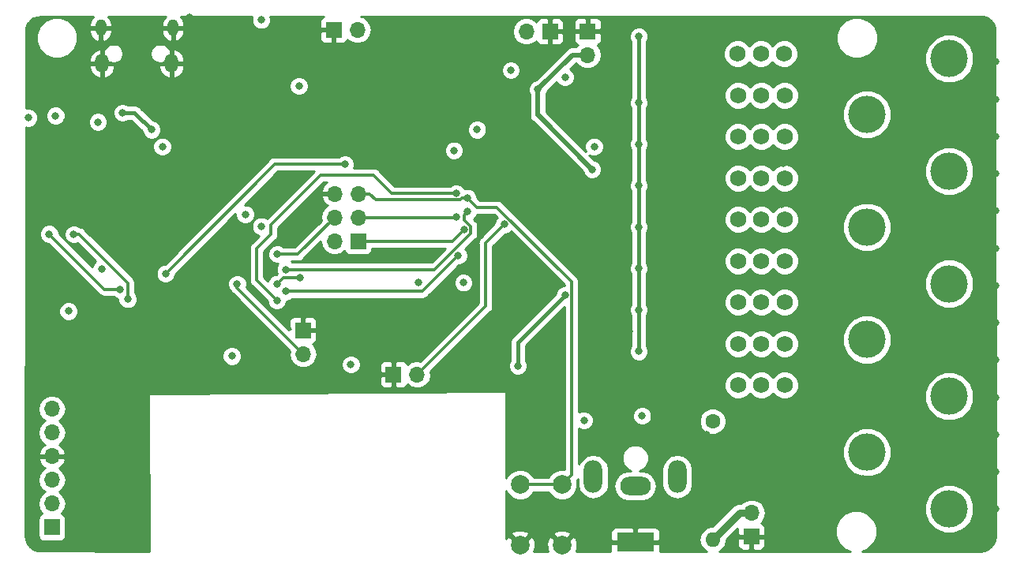
<source format=gbr>
G04 #@! TF.GenerationSoftware,KiCad,Pcbnew,(5.0.0)*
G04 #@! TF.CreationDate,2019-12-28T15:17:29+11:00*
G04 #@! TF.ProjectId,DAQ Board,44415120426F6172642E6B696361645F,rev?*
G04 #@! TF.SameCoordinates,Original*
G04 #@! TF.FileFunction,Copper,L4,Bot,Signal*
G04 #@! TF.FilePolarity,Positive*
%FSLAX46Y46*%
G04 Gerber Fmt 4.6, Leading zero omitted, Abs format (unit mm)*
G04 Created by KiCad (PCBNEW (5.0.0)) date 12/28/19 15:17:29*
%MOMM*%
%LPD*%
G01*
G04 APERTURE LIST*
G04 #@! TA.AperFunction,ComponentPad*
%ADD10C,1.750000*%
G04 #@! TD*
G04 #@! TA.AperFunction,ComponentPad*
%ADD11C,4.000000*%
G04 #@! TD*
G04 #@! TA.AperFunction,ComponentPad*
%ADD12O,1.700000X1.700000*%
G04 #@! TD*
G04 #@! TA.AperFunction,ComponentPad*
%ADD13R,1.700000X1.700000*%
G04 #@! TD*
G04 #@! TA.AperFunction,ComponentPad*
%ADD14C,2.000000*%
G04 #@! TD*
G04 #@! TA.AperFunction,ComponentPad*
%ADD15C,1.600000*%
G04 #@! TD*
G04 #@! TA.AperFunction,ComponentPad*
%ADD16O,1.600000X1.600000*%
G04 #@! TD*
G04 #@! TA.AperFunction,ComponentPad*
%ADD17O,1.450000X2.000000*%
G04 #@! TD*
G04 #@! TA.AperFunction,ComponentPad*
%ADD18O,1.150000X1.800000*%
G04 #@! TD*
G04 #@! TA.AperFunction,ComponentPad*
%ADD19R,4.000000X2.000000*%
G04 #@! TD*
G04 #@! TA.AperFunction,ComponentPad*
%ADD20O,3.300000X2.000000*%
G04 #@! TD*
G04 #@! TA.AperFunction,ComponentPad*
%ADD21O,2.000000X3.500000*%
G04 #@! TD*
G04 #@! TA.AperFunction,ViaPad*
%ADD22C,0.800000*%
G04 #@! TD*
G04 #@! TA.AperFunction,Conductor*
%ADD23C,0.500000*%
G04 #@! TD*
G04 #@! TA.AperFunction,Conductor*
%ADD24C,0.250000*%
G04 #@! TD*
G04 #@! TA.AperFunction,Conductor*
%ADD25C,0.400000*%
G04 #@! TD*
G04 #@! TA.AperFunction,Conductor*
%ADD26C,0.300000*%
G04 #@! TD*
G04 #@! TA.AperFunction,Conductor*
%ADD27C,0.800000*%
G04 #@! TD*
G04 #@! TA.AperFunction,Conductor*
%ADD28C,0.254000*%
G04 #@! TD*
G04 APERTURE END LIST*
D10*
G04 #@! TO.P,SW10,2*
G04 #@! TO.N,Net-(R10-Pad2)*
X205920428Y-76161482D03*
G04 #@! TO.P,SW10,3*
G04 #@! TO.N,Net-(J18-Pad1)*
X208420428Y-76161482D03*
G04 #@! TO.P,SW10,1*
G04 #@! TO.N,/ADC1299/AVDD*
X203420428Y-76161482D03*
G04 #@! TD*
D11*
G04 #@! TO.P,J19,1*
G04 #@! TO.N,Net-(J19-Pad1)*
X226060000Y-72220000D03*
G04 #@! TD*
G04 #@! TO.P,J18,1*
G04 #@! TO.N,Net-(J18-Pad1)*
X217230000Y-78215000D03*
G04 #@! TD*
G04 #@! TO.P,J17,1*
G04 #@! TO.N,Net-(J17-Pad1)*
X226060000Y-84305000D03*
G04 #@! TD*
G04 #@! TO.P,J13,1*
G04 #@! TO.N,Net-(J13-Pad1)*
X217230000Y-90300000D03*
G04 #@! TD*
G04 #@! TO.P,J11,1*
G04 #@! TO.N,Net-(J11-Pad1)*
X226060000Y-96390000D03*
G04 #@! TD*
G04 #@! TO.P,J9,1*
G04 #@! TO.N,Net-(J9-Pad1)*
X217230000Y-102385000D03*
G04 #@! TD*
G04 #@! TO.P,J1,1*
G04 #@! TO.N,Net-(J1-Pad1)*
X226060000Y-120560000D03*
G04 #@! TD*
G04 #@! TO.P,J3,1*
G04 #@! TO.N,Net-(J3-Pad1)*
X217230000Y-114470000D03*
G04 #@! TD*
G04 #@! TO.P,J8,1*
G04 #@! TO.N,Net-(J8-Pad1)*
X226060000Y-108475000D03*
G04 #@! TD*
D12*
G04 #@! TO.P,J5,6*
G04 #@! TO.N,Net-(J5-Pad6)*
X129830428Y-109841482D03*
G04 #@! TO.P,J5,5*
G04 #@! TO.N,/+5V*
X129830428Y-112381482D03*
G04 #@! TO.P,J5,4*
G04 #@! TO.N,/GND*
X129830428Y-114921482D03*
G04 #@! TO.P,J5,3*
G04 #@! TO.N,/HC05_RX*
X129830428Y-117461482D03*
G04 #@! TO.P,J5,2*
G04 #@! TO.N,/HC05_TX*
X129830428Y-120001482D03*
D13*
G04 #@! TO.P,J5,1*
G04 #@! TO.N,Net-(J5-Pad1)*
X129830428Y-122541482D03*
G04 #@! TD*
G04 #@! TO.P,J12,1*
G04 #@! TO.N,/GND*
X156770428Y-101381482D03*
D12*
G04 #@! TO.P,J12,2*
G04 #@! TO.N,/START*
X156770428Y-103921482D03*
G04 #@! TD*
G04 #@! TO.P,J7,2*
G04 #@! TO.N,/VIN_RAW*
X204860428Y-120981482D03*
D13*
G04 #@! TO.P,J7,1*
G04 #@! TO.N,/GND*
X204860428Y-123521482D03*
G04 #@! TD*
G04 #@! TO.P,J16,1*
G04 #@! TO.N,/GND*
X160060428Y-69151482D03*
D12*
G04 #@! TO.P,J16,2*
G04 #@! TO.N,/ADC1299/DVDD*
X162600428Y-69151482D03*
G04 #@! TD*
G04 #@! TO.P,J15,2*
G04 #@! TO.N,/ADC1299/AVDD*
X180710428Y-69321482D03*
D13*
G04 #@! TO.P,J15,1*
G04 #@! TO.N,/GND*
X183250428Y-69321482D03*
G04 #@! TD*
G04 #@! TO.P,J14,1*
G04 #@! TO.N,/GND*
X187270428Y-69291482D03*
D12*
G04 #@! TO.P,J14,2*
G04 #@! TO.N,/ADC1299/MID_SUPPLY*
X187270428Y-71831482D03*
G04 #@! TD*
D13*
G04 #@! TO.P,J10,1*
G04 #@! TO.N,/GND*
X166460000Y-106130000D03*
D12*
G04 #@! TO.P,J10,2*
G04 #@! TO.N,/~CS*
X169000000Y-106130000D03*
G04 #@! TD*
D10*
G04 #@! TO.P,SW7,2*
G04 #@! TO.N,Net-(R7-Pad2)*
X205920428Y-89496482D03*
G04 #@! TO.P,SW7,3*
G04 #@! TO.N,Net-(J11-Pad1)*
X208420428Y-89496482D03*
G04 #@! TO.P,SW7,1*
G04 #@! TO.N,/ADC1299/AVDD*
X203420428Y-89496482D03*
G04 #@! TD*
G04 #@! TO.P,SW3,2*
G04 #@! TO.N,Net-(R3-Pad2)*
X205920428Y-107276482D03*
G04 #@! TO.P,SW3,3*
G04 #@! TO.N,Net-(J1-Pad1)*
X208420428Y-107276482D03*
G04 #@! TO.P,SW3,1*
G04 #@! TO.N,/ADC1299/AVDD*
X203420428Y-107276482D03*
G04 #@! TD*
G04 #@! TO.P,SW4,2*
G04 #@! TO.N,Net-(R4-Pad2)*
X205920428Y-102831482D03*
G04 #@! TO.P,SW4,3*
G04 #@! TO.N,Net-(J3-Pad1)*
X208420428Y-102831482D03*
G04 #@! TO.P,SW4,1*
G04 #@! TO.N,/ADC1299/AVDD*
X203420428Y-102831482D03*
G04 #@! TD*
G04 #@! TO.P,SW5,2*
G04 #@! TO.N,Net-(R5-Pad2)*
X205920428Y-98386482D03*
G04 #@! TO.P,SW5,3*
G04 #@! TO.N,Net-(J8-Pad1)*
X208420428Y-98386482D03*
G04 #@! TO.P,SW5,1*
G04 #@! TO.N,/ADC1299/AVDD*
X203420428Y-98386482D03*
G04 #@! TD*
G04 #@! TO.P,SW6,2*
G04 #@! TO.N,Net-(R6-Pad2)*
X205920428Y-93941482D03*
G04 #@! TO.P,SW6,3*
G04 #@! TO.N,Net-(J9-Pad1)*
X208420428Y-93941482D03*
G04 #@! TO.P,SW6,1*
G04 #@! TO.N,/ADC1299/AVDD*
X203420428Y-93941482D03*
G04 #@! TD*
G04 #@! TO.P,SW8,2*
G04 #@! TO.N,Net-(R8-Pad2)*
X205920428Y-85051482D03*
G04 #@! TO.P,SW8,3*
G04 #@! TO.N,Net-(J13-Pad1)*
X208420428Y-85051482D03*
G04 #@! TO.P,SW8,1*
G04 #@! TO.N,/ADC1299/AVDD*
X203420428Y-85051482D03*
G04 #@! TD*
G04 #@! TO.P,SW9,2*
G04 #@! TO.N,Net-(R9-Pad2)*
X205920428Y-80606482D03*
G04 #@! TO.P,SW9,3*
G04 #@! TO.N,Net-(J17-Pad1)*
X208420428Y-80606482D03*
G04 #@! TO.P,SW9,1*
G04 #@! TO.N,/ADC1299/AVDD*
X203420428Y-80606482D03*
G04 #@! TD*
G04 #@! TO.P,SW11,2*
G04 #@! TO.N,Net-(R11-Pad2)*
X205864548Y-71716482D03*
G04 #@! TO.P,SW11,3*
G04 #@! TO.N,Net-(J19-Pad1)*
X208364548Y-71716482D03*
G04 #@! TO.P,SW11,1*
G04 #@! TO.N,/ADC1299/AVDD*
X203364548Y-71716482D03*
G04 #@! TD*
D14*
G04 #@! TO.P,PB1,3*
G04 #@! TO.N,/~RESET*
X184540000Y-117950000D03*
G04 #@! TO.P,PB1,4*
X180040000Y-117950000D03*
G04 #@! TO.P,PB1,2*
G04 #@! TO.N,/GND*
X180040000Y-124450000D03*
G04 #@! TO.P,PB1,1*
X184540000Y-124450000D03*
G04 #@! TD*
D15*
G04 #@! TO.P,F1,1*
G04 #@! TO.N,Net-(F1-Pad1)*
X200700428Y-111151482D03*
D16*
G04 #@! TO.P,F1,2*
G04 #@! TO.N,/VIN_RAW*
X200700428Y-123851482D03*
G04 #@! TD*
D17*
G04 #@! TO.P,J2,6*
G04 #@! TO.N,/GND*
X142666843Y-72730245D03*
X135216843Y-72730245D03*
D18*
X142816843Y-68930245D03*
X135066843Y-68930245D03*
G04 #@! TD*
D19*
G04 #@! TO.P,J4,1*
G04 #@! TO.N,/GND*
X192390428Y-124111482D03*
D20*
G04 #@! TO.P,J4,2*
G04 #@! TO.N,/VIN_RAW*
X192390428Y-118111482D03*
D21*
G04 #@! TO.P,J4,MP*
G04 #@! TO.N,N/C*
X196890428Y-117111482D03*
X187890428Y-117111482D03*
G04 #@! TD*
D13*
G04 #@! TO.P,J6,1*
G04 #@! TO.N,/ADC1299/MISO*
X162680428Y-91811482D03*
D12*
G04 #@! TO.P,J6,2*
G04 #@! TO.N,/+5V*
X160140428Y-91811482D03*
G04 #@! TO.P,J6,3*
G04 #@! TO.N,/ADC1299/SCLK*
X162680428Y-89271482D03*
G04 #@! TO.P,J6,4*
G04 #@! TO.N,/ADC1299/MOSI*
X160140428Y-89271482D03*
G04 #@! TO.P,J6,5*
G04 #@! TO.N,/~RESET*
X162680428Y-86731482D03*
G04 #@! TO.P,J6,6*
G04 #@! TO.N,/GND*
X160140428Y-86731482D03*
G04 #@! TD*
D22*
G04 #@! TO.N,/ADC1299/MID_SUPPLY*
X181950428Y-75551482D03*
X187760428Y-84121482D03*
G04 #@! TO.N,Net-(ADC1-Pad17)*
X192770428Y-94758482D03*
X192770428Y-90313482D03*
X192770428Y-85868482D03*
X192770428Y-81423482D03*
X192770428Y-76978482D03*
X192770428Y-69866482D03*
X192770428Y-99203482D03*
X192770428Y-103648482D03*
G04 #@! TO.N,/ADC1299/AVDD*
X175420428Y-79861482D03*
X179050428Y-73481482D03*
X184850428Y-74221482D03*
X184870428Y-97601482D03*
X179800428Y-105211482D03*
X187980428Y-81671482D03*
X173960428Y-96271482D03*
G04 #@! TO.N,/GND*
X216060000Y-120320000D03*
X139440000Y-109510000D03*
X136000000Y-109490000D03*
X162400000Y-107560000D03*
X149610000Y-94620000D03*
X145610000Y-94620000D03*
X181740000Y-86430000D03*
X179410000Y-86260000D03*
X180270000Y-92540000D03*
X183810428Y-85451482D03*
X148170428Y-97951482D03*
X127480000Y-68630000D03*
X132930000Y-68690000D03*
X140020000Y-68620000D03*
X144550000Y-67790000D03*
X148020000Y-68620000D03*
X156020000Y-68620000D03*
X164540000Y-68450000D03*
X172020000Y-68620000D03*
X176020000Y-68620000D03*
X192020000Y-68620000D03*
X196020000Y-68620000D03*
X200020000Y-68620000D03*
X204020000Y-68620000D03*
X208020000Y-68620000D03*
X212020000Y-68620000D03*
X223990000Y-68610000D03*
X220020000Y-68620000D03*
X127990000Y-73680000D03*
X132120000Y-73770000D03*
X144040000Y-74320000D03*
X148020000Y-72620000D03*
X156020000Y-72620000D03*
X168020000Y-72620000D03*
X180020000Y-72620000D03*
X191320000Y-74100000D03*
X200020000Y-72620000D03*
X213580000Y-73530000D03*
X221180000Y-73990000D03*
X137590000Y-76500000D03*
X144020000Y-76620000D03*
X148020000Y-76620000D03*
X156020000Y-76620000D03*
X160020000Y-76620000D03*
X164020000Y-76620000D03*
X184020000Y-76620000D03*
X187490000Y-76620000D03*
X200020000Y-76620000D03*
X208380000Y-74360000D03*
X220020000Y-76620000D03*
X148020000Y-80620000D03*
X156020000Y-80620000D03*
X187500000Y-78440000D03*
X200020000Y-80620000D03*
X220020000Y-80620000D03*
X128020000Y-84620000D03*
X148020000Y-84620000D03*
X150620000Y-84640000D03*
X176350000Y-83310000D03*
X200020000Y-84620000D03*
X220020000Y-84620000D03*
X128020000Y-88620000D03*
X132020000Y-88620000D03*
X136020000Y-88620000D03*
X144020000Y-88620000D03*
X152020000Y-88620000D03*
X180020000Y-88620000D03*
X184020000Y-88620000D03*
X191350000Y-89610000D03*
X200020000Y-88620000D03*
X220020000Y-88620000D03*
X128020000Y-92620000D03*
X140720000Y-90660000D03*
X148020000Y-92620000D03*
X166840000Y-93670000D03*
X184020000Y-92620000D03*
X220020000Y-92620000D03*
X128020000Y-96620000D03*
X147870000Y-95960000D03*
X188020000Y-96620000D03*
X208020000Y-96620000D03*
X212020000Y-96620000D03*
X216020000Y-96620000D03*
X220020000Y-96620000D03*
X128020000Y-100620000D03*
X136020000Y-100620000D03*
X144020000Y-100620000D03*
X152020000Y-100620000D03*
X160020000Y-100620000D03*
X164020000Y-100620000D03*
X168020000Y-100620000D03*
X172020000Y-100620000D03*
X176020000Y-100620000D03*
X180020000Y-100620000D03*
X184020000Y-100620000D03*
X188020000Y-100620000D03*
X191780000Y-101480000D03*
X208020000Y-100620000D03*
X212020000Y-100620000D03*
X216040000Y-99790000D03*
X220020000Y-100620000D03*
X136020000Y-104620000D03*
X160020000Y-104620000D03*
X163430000Y-105910000D03*
X169210000Y-102710000D03*
X172350000Y-107610000D03*
X176020000Y-104620000D03*
X184020000Y-104620000D03*
X188020000Y-104620000D03*
X200020000Y-104620000D03*
X204020000Y-104620000D03*
X208020000Y-104620000D03*
X212020000Y-104620000D03*
X216650000Y-105450000D03*
X220020000Y-104620000D03*
X131180000Y-108020000D03*
X139990000Y-107530000D03*
X143990000Y-107530000D03*
X147990000Y-107530000D03*
X151990000Y-107530000D03*
X155990000Y-107530000D03*
X159100000Y-107580000D03*
X184020000Y-108620000D03*
X200020000Y-108620000D03*
X212020000Y-108620000D03*
X216020000Y-108620000D03*
X220020000Y-108620000D03*
X128400000Y-111080000D03*
X131450000Y-113610000D03*
X136020000Y-112620000D03*
X139460000Y-112640000D03*
X184020000Y-112620000D03*
X188020000Y-112620000D03*
X192020000Y-112620000D03*
X196020000Y-112620000D03*
X200020000Y-112620000D03*
X212020000Y-112620000D03*
X216110000Y-111920000D03*
X220020000Y-112620000D03*
X128360000Y-116320000D03*
X132020000Y-116620000D03*
X136020000Y-116620000D03*
X139460000Y-116640000D03*
X211840000Y-120530000D03*
X207780000Y-116690000D03*
X207560000Y-112560000D03*
X204090000Y-112530000D03*
X178420000Y-74860000D03*
X174420000Y-74860000D03*
X169840000Y-98620000D03*
X173840000Y-98620000D03*
X200020000Y-116620000D03*
X204020000Y-116620000D03*
X212020000Y-116620000D03*
X216850000Y-117300000D03*
X220020000Y-116620000D03*
X128020000Y-120620000D03*
X132020000Y-120620000D03*
X139460000Y-120640000D03*
X136030000Y-120630000D03*
X180020000Y-120620000D03*
X184020000Y-120620000D03*
X188020000Y-120620000D03*
X192020000Y-120620000D03*
X200020000Y-120620000D03*
X208020000Y-120620000D03*
X220020000Y-120620000D03*
X128020000Y-124620000D03*
X132020000Y-124620000D03*
X136020000Y-124620000D03*
X139460000Y-124640000D03*
X188020000Y-124620000D03*
X192020000Y-124620000D03*
X196020000Y-124620000D03*
X208020000Y-124620000D03*
X212020000Y-124620000D03*
X220020000Y-124620000D03*
X212030000Y-76610000D03*
X216040000Y-75320000D03*
X208420000Y-78710000D03*
X212030000Y-80610000D03*
X216090000Y-81430000D03*
X208260000Y-83430000D03*
X212030000Y-84610000D03*
X216030000Y-84610000D03*
X208080000Y-87840000D03*
X212030000Y-88610000D03*
X215870000Y-87510000D03*
X208060000Y-92200000D03*
X212030000Y-92610000D03*
X215830000Y-93350000D03*
X227990000Y-68610000D03*
X230200000Y-68570000D03*
X229350000Y-72500000D03*
X231060000Y-72580000D03*
X223990000Y-76610000D03*
X227990000Y-76610000D03*
X231060000Y-76580000D03*
X223990000Y-80610000D03*
X227990000Y-80610000D03*
X231060000Y-80580000D03*
X222970000Y-84590000D03*
X229470000Y-84550000D03*
X231060000Y-84580000D03*
X223990000Y-88610000D03*
X227990000Y-88610000D03*
X231060000Y-88580000D03*
X223990000Y-92610000D03*
X227990000Y-92610000D03*
X231060000Y-92580000D03*
X222940000Y-96710000D03*
X229510000Y-96710000D03*
X231060000Y-96580000D03*
X223990000Y-100610000D03*
X227990000Y-100610000D03*
X231060000Y-100580000D03*
X223990000Y-104610000D03*
X227990000Y-104610000D03*
X231060000Y-104580000D03*
X223070000Y-108730000D03*
X229510000Y-108730000D03*
X231060000Y-108580000D03*
X223990000Y-112610000D03*
X227990000Y-112610000D03*
X231060000Y-112580000D03*
X223990000Y-116610000D03*
X227990000Y-116610000D03*
X231060000Y-116580000D03*
X223030000Y-120600000D03*
X229510000Y-120600000D03*
X231060000Y-120580000D03*
X223990000Y-124610000D03*
X227990000Y-124610000D03*
X230270000Y-124540000D03*
G04 #@! TO.N,/ADC1299/MOSI*
X154000428Y-93211482D03*
G04 #@! TO.N,/ADC1299/SCLK*
X173220428Y-89191482D03*
G04 #@! TO.N,/ADC1299/MISO*
X174020428Y-90571482D03*
G04 #@! TO.N,/ADC1299/DVDD*
X169150428Y-96271482D03*
X172940428Y-82091482D03*
G04 #@! TO.N,/+5V*
X131600428Y-99341482D03*
X135160000Y-94830000D03*
X149130428Y-104161482D03*
X130220000Y-78360000D03*
X127310000Y-78590000D03*
X134770428Y-79041482D03*
X141670428Y-81671482D03*
X150570428Y-88951482D03*
X152270428Y-90221482D03*
X161900000Y-105060000D03*
G04 #@! TO.N,/VIN*
X152280428Y-68081482D03*
X186910428Y-111061482D03*
X193120428Y-110571482D03*
X156330428Y-75171482D03*
G04 #@! TO.N,Net-(J2-Pad2)*
X140520428Y-79861482D03*
X137390428Y-78041482D03*
G04 #@! TO.N,/Arduino Nano/TX*
X132180428Y-91091482D03*
X137950428Y-98051482D03*
G04 #@! TO.N,/Arduino Nano/RX*
X129550428Y-91061482D03*
X137110428Y-96981482D03*
G04 #@! TO.N,/~DRDY*
X173400428Y-93371482D03*
X154890428Y-97221482D03*
G04 #@! TO.N,/~PWDN*
X173190428Y-86681482D03*
X153970428Y-98171482D03*
G04 #@! TO.N,/START*
X149710428Y-96411482D03*
X156430428Y-95721482D03*
X154000428Y-96401482D03*
G04 #@! TO.N,/~CS*
X174410428Y-88671482D03*
X154900428Y-94871482D03*
X178340428Y-90010982D03*
G04 #@! TO.N,/~RESET*
X161270428Y-83561482D03*
X174370428Y-87171482D03*
X142031316Y-95302370D03*
G04 #@! TD*
D23*
G04 #@! TO.N,/ADC1299/MID_SUPPLY*
X181970428Y-78331482D02*
X187760428Y-84121482D01*
X181950428Y-78311482D02*
X181950428Y-75551482D01*
D24*
X181970428Y-78331482D02*
X181950428Y-78311482D01*
D23*
X185670428Y-71831482D02*
X181950428Y-75551482D01*
X187270428Y-71831482D02*
X185670428Y-71831482D01*
D25*
G04 #@! TO.N,Net-(ADC1-Pad17)*
X192770428Y-103082797D02*
X192770428Y-99203482D01*
X192770428Y-103648482D02*
X192770428Y-103082797D01*
X192770428Y-94192797D02*
X192770428Y-90313482D01*
X192770428Y-94758482D02*
X192770428Y-94192797D01*
X192770428Y-90313482D02*
X192770428Y-85868482D01*
X192770428Y-85302797D02*
X192770428Y-81423482D01*
X192770428Y-85868482D02*
X192770428Y-85302797D01*
X192770428Y-80857797D02*
X192770428Y-76978482D01*
X192770428Y-81423482D02*
X192770428Y-80857797D01*
X192770428Y-76978482D02*
X192770428Y-69866482D01*
X192770428Y-99203482D02*
X192770428Y-94758482D01*
G04 #@! TO.N,/ADC1299/AVDD*
X179800428Y-102671482D02*
X179800428Y-105211482D01*
X184870428Y-97601482D02*
X179800428Y-102671482D01*
D26*
G04 #@! TO.N,/ADC1299/MOSI*
X156200428Y-93211482D02*
X160140428Y-89271482D01*
X154000428Y-93211482D02*
X156200428Y-93211482D01*
G04 #@! TO.N,/ADC1299/SCLK*
X173140428Y-89271482D02*
X173220428Y-89191482D01*
X162680428Y-89271482D02*
X173140428Y-89271482D01*
G04 #@! TO.N,/ADC1299/MISO*
X172780428Y-91811482D02*
X174020428Y-90571482D01*
X162680428Y-91811482D02*
X172780428Y-91811482D01*
D27*
G04 #@! TO.N,/VIN_RAW*
X203570428Y-120981482D02*
X204860428Y-120981482D01*
X200700428Y-123851482D02*
X203570428Y-120981482D01*
D25*
G04 #@! TO.N,Net-(J2-Pad2)*
X138700428Y-78041482D02*
X137390428Y-78041482D01*
X140520428Y-79861482D02*
X138700428Y-78041482D01*
D26*
G04 #@! TO.N,/Arduino Nano/TX*
X132746113Y-91091482D02*
X132180428Y-91091482D01*
X137950428Y-96295797D02*
X132746113Y-91091482D01*
X137950428Y-98051482D02*
X137950428Y-96295797D01*
G04 #@! TO.N,/Arduino Nano/RX*
X135470428Y-96981482D02*
X129550428Y-91061482D01*
X137110428Y-96981482D02*
X135470428Y-96981482D01*
G04 #@! TO.N,/~DRDY*
X169550428Y-97221482D02*
X154890428Y-97221482D01*
X173400428Y-93371482D02*
X169550428Y-97221482D01*
G04 #@! TO.N,/~PWDN*
X173190428Y-86681482D02*
X166260428Y-86681482D01*
X166260428Y-86681482D02*
X164300428Y-84721482D01*
X164300428Y-84721482D02*
X158660428Y-84721482D01*
X153300427Y-90081483D02*
X153300427Y-91091483D01*
X158660428Y-84721482D02*
X153300427Y-90081483D01*
X153300427Y-91091483D02*
X151800428Y-92591482D01*
X151800428Y-96001482D02*
X153970428Y-98171482D01*
X151800428Y-92591482D02*
X151800428Y-96001482D01*
G04 #@! TO.N,/START*
X154680428Y-95721482D02*
X154000428Y-96401482D01*
X156430428Y-95721482D02*
X154680428Y-95721482D01*
X149710428Y-96861482D02*
X149710428Y-96411482D01*
X156770428Y-103921482D02*
X149710428Y-96861482D01*
G04 #@! TO.N,/~CS*
X174010429Y-89531483D02*
X174720429Y-90241483D01*
X174410428Y-88671482D02*
X174010429Y-89071481D01*
X174010429Y-89071481D02*
X174010429Y-89531483D01*
X155466113Y-94871482D02*
X154900428Y-94871482D01*
X170864426Y-94871482D02*
X155466113Y-94871482D01*
X174720429Y-91015479D02*
X170864426Y-94871482D01*
X174720429Y-90241483D02*
X174720429Y-91015479D01*
X178340428Y-90010982D02*
X176330428Y-92020982D01*
X176330428Y-98799572D02*
X169000000Y-106130000D01*
X176330428Y-92020982D02*
X176330428Y-98799572D01*
G04 #@! TO.N,/~RESET*
X173804743Y-87171482D02*
X174370428Y-87171482D01*
X173594742Y-87381483D02*
X173804743Y-87171482D01*
X164532510Y-87381483D02*
X173594742Y-87381483D01*
X163882509Y-86731482D02*
X164532510Y-87381483D01*
X162680428Y-86731482D02*
X163882509Y-86731482D01*
X161270428Y-83561482D02*
X153740428Y-83561482D01*
X153740428Y-83593258D02*
X153740428Y-83561482D01*
X142031316Y-95302370D02*
X153740428Y-83593258D01*
X185570429Y-116919571D02*
X184540000Y-117950000D01*
X185570429Y-96204981D02*
X185570429Y-116919571D01*
X177556929Y-88191481D02*
X185570429Y-96204981D01*
X174370428Y-87171482D02*
X175390427Y-88191481D01*
X175390427Y-88191481D02*
X177556929Y-88191481D01*
X180040000Y-117950000D02*
X184540000Y-117950000D01*
G04 #@! TD*
D28*
G04 #@! TO.N,/GND*
G36*
X229773714Y-67759651D02*
X230166015Y-67920187D01*
X230503398Y-68176787D01*
X230762874Y-68511967D01*
X230926758Y-68902883D01*
X230990033Y-69368132D01*
X231009979Y-123443986D01*
X230950180Y-123913715D01*
X230789645Y-124306013D01*
X230533044Y-124643399D01*
X230197864Y-124902874D01*
X229806948Y-125066758D01*
X229342189Y-125129966D01*
X216700292Y-125123695D01*
X217346026Y-124856223D01*
X217974741Y-124227508D01*
X218315000Y-123406051D01*
X218315000Y-122516913D01*
X217974741Y-121695456D01*
X217346026Y-121066741D01*
X216524569Y-120726482D01*
X215635431Y-120726482D01*
X214813974Y-121066741D01*
X214185259Y-121695456D01*
X213845000Y-122516913D01*
X213845000Y-123406051D01*
X214185259Y-124227508D01*
X214813974Y-124856223D01*
X215458221Y-125123079D01*
X201390724Y-125116100D01*
X201735005Y-124886059D01*
X202052168Y-124411391D01*
X202163393Y-123852228D01*
X202208389Y-123807232D01*
X203375428Y-123807232D01*
X203375428Y-124497792D01*
X203472101Y-124731181D01*
X203650730Y-124909809D01*
X203884119Y-125006482D01*
X204574678Y-125006482D01*
X204733428Y-124847732D01*
X204733428Y-123648482D01*
X204987428Y-123648482D01*
X204987428Y-124847732D01*
X205146178Y-125006482D01*
X205836737Y-125006482D01*
X206070126Y-124909809D01*
X206248755Y-124731181D01*
X206345428Y-124497792D01*
X206345428Y-123807232D01*
X206186678Y-123648482D01*
X204987428Y-123648482D01*
X204733428Y-123648482D01*
X203534178Y-123648482D01*
X203375428Y-123807232D01*
X202208389Y-123807232D01*
X203375428Y-122640193D01*
X203375428Y-123235732D01*
X203534178Y-123394482D01*
X204733428Y-123394482D01*
X204733428Y-123374482D01*
X204987428Y-123374482D01*
X204987428Y-123394482D01*
X206186678Y-123394482D01*
X206345428Y-123235732D01*
X206345428Y-122545172D01*
X206248755Y-122311783D01*
X206070126Y-122133155D01*
X205909395Y-122066578D01*
X205931053Y-122052107D01*
X206259267Y-121560900D01*
X206374520Y-120981482D01*
X206259267Y-120402064D01*
X206014582Y-120035866D01*
X223425000Y-120035866D01*
X223425000Y-121084134D01*
X223826155Y-122052608D01*
X224567392Y-122793845D01*
X225535866Y-123195000D01*
X226584134Y-123195000D01*
X227552608Y-122793845D01*
X228293845Y-122052608D01*
X228695000Y-121084134D01*
X228695000Y-120035866D01*
X228293845Y-119067392D01*
X227552608Y-118326155D01*
X226584134Y-117925000D01*
X225535866Y-117925000D01*
X224567392Y-118326155D01*
X223826155Y-119067392D01*
X223425000Y-120035866D01*
X206014582Y-120035866D01*
X205931053Y-119910857D01*
X205439846Y-119582643D01*
X205006684Y-119496482D01*
X204714172Y-119496482D01*
X204281010Y-119582643D01*
X203789803Y-119910857D01*
X203765999Y-119946482D01*
X203672362Y-119946482D01*
X203570428Y-119926206D01*
X203468493Y-119946482D01*
X203166591Y-120006534D01*
X202824235Y-120235289D01*
X202766493Y-120321706D01*
X200671718Y-122416482D01*
X200559095Y-122416482D01*
X200140519Y-122499742D01*
X199665851Y-122816905D01*
X199348688Y-123291573D01*
X199237315Y-123851482D01*
X199348688Y-124411391D01*
X199665851Y-124886059D01*
X200009107Y-125115415D01*
X195025428Y-125112943D01*
X195025428Y-124397232D01*
X194866678Y-124238482D01*
X192517428Y-124238482D01*
X192517428Y-124258482D01*
X192263428Y-124258482D01*
X192263428Y-124238482D01*
X189914178Y-124238482D01*
X189755428Y-124397232D01*
X189755428Y-125110328D01*
X186039552Y-125108485D01*
X186185908Y-124714539D01*
X186161856Y-124064540D01*
X185959387Y-123575736D01*
X185692532Y-123477073D01*
X184719605Y-124450000D01*
X184733748Y-124464143D01*
X184554143Y-124643748D01*
X184540000Y-124629605D01*
X184525858Y-124643748D01*
X184346253Y-124464143D01*
X184360395Y-124450000D01*
X183387468Y-123477073D01*
X183120613Y-123575736D01*
X182894092Y-124185461D01*
X182918144Y-124835460D01*
X183030616Y-125106992D01*
X181540381Y-125106253D01*
X181685908Y-124714539D01*
X181661856Y-124064540D01*
X181459387Y-123575736D01*
X181192532Y-123477073D01*
X180219605Y-124450000D01*
X180233748Y-124464143D01*
X180054143Y-124643748D01*
X180040000Y-124629605D01*
X180025858Y-124643748D01*
X179846253Y-124464143D01*
X179860395Y-124450000D01*
X178887468Y-123477073D01*
X178620613Y-123575736D01*
X178546732Y-123774601D01*
X178547347Y-123297468D01*
X179067073Y-123297468D01*
X180040000Y-124270395D01*
X181012927Y-123297468D01*
X183567073Y-123297468D01*
X184540000Y-124270395D01*
X185512927Y-123297468D01*
X185414264Y-123030613D01*
X185291951Y-122985172D01*
X189755428Y-122985172D01*
X189755428Y-123825732D01*
X189914178Y-123984482D01*
X192263428Y-123984482D01*
X192263428Y-122635232D01*
X192517428Y-122635232D01*
X192517428Y-123984482D01*
X194866678Y-123984482D01*
X195025428Y-123825732D01*
X195025428Y-122985172D01*
X194928755Y-122751783D01*
X194750126Y-122573155D01*
X194516737Y-122476482D01*
X192676178Y-122476482D01*
X192517428Y-122635232D01*
X192263428Y-122635232D01*
X192104678Y-122476482D01*
X190264119Y-122476482D01*
X190030730Y-122573155D01*
X189852101Y-122751783D01*
X189755428Y-122985172D01*
X185291951Y-122985172D01*
X184804539Y-122804092D01*
X184154540Y-122828144D01*
X183665736Y-123030613D01*
X183567073Y-123297468D01*
X181012927Y-123297468D01*
X180914264Y-123030613D01*
X180304539Y-122804092D01*
X179654540Y-122828144D01*
X179165736Y-123030613D01*
X179067073Y-123297468D01*
X178547347Y-123297468D01*
X178553363Y-118633402D01*
X178653914Y-118876153D01*
X179113847Y-119336086D01*
X179714778Y-119585000D01*
X180365222Y-119585000D01*
X180966153Y-119336086D01*
X181426086Y-118876153D01*
X181484554Y-118735000D01*
X183095446Y-118735000D01*
X183153914Y-118876153D01*
X183613847Y-119336086D01*
X184214778Y-119585000D01*
X184865222Y-119585000D01*
X185466153Y-119336086D01*
X185926086Y-118876153D01*
X186175000Y-118275222D01*
X186175000Y-117624778D01*
X186121451Y-117495500D01*
X186136382Y-117485524D01*
X186255428Y-117307360D01*
X186255428Y-118022512D01*
X186350292Y-118499426D01*
X186711659Y-119040251D01*
X187252483Y-119401618D01*
X187890428Y-119528513D01*
X188528372Y-119401618D01*
X189069197Y-119040251D01*
X189430564Y-118499427D01*
X189507730Y-118111482D01*
X190073397Y-118111482D01*
X190200292Y-118749427D01*
X190561659Y-119290251D01*
X191102483Y-119651618D01*
X191579397Y-119746482D01*
X193201459Y-119746482D01*
X193678373Y-119651618D01*
X194219197Y-119290251D01*
X194580564Y-118749427D01*
X194707459Y-118111482D01*
X194580564Y-117473537D01*
X194219197Y-116932713D01*
X193678373Y-116571346D01*
X193201459Y-116476482D01*
X192844862Y-116476482D01*
X193203290Y-116328016D01*
X193330855Y-116200451D01*
X195255428Y-116200451D01*
X195255428Y-118022512D01*
X195350292Y-118499426D01*
X195711659Y-119040251D01*
X196252483Y-119401618D01*
X196890428Y-119528513D01*
X197528372Y-119401618D01*
X198069197Y-119040251D01*
X198430564Y-118499427D01*
X198525428Y-118022513D01*
X198525428Y-116200451D01*
X198430564Y-115723537D01*
X198069197Y-115182713D01*
X197528373Y-114821346D01*
X196890428Y-114694451D01*
X196252484Y-114821346D01*
X195711660Y-115182713D01*
X195350293Y-115723537D01*
X195255428Y-116200451D01*
X193330855Y-116200451D01*
X193606962Y-115924344D01*
X193825428Y-115396921D01*
X193825428Y-114826043D01*
X193606962Y-114298620D01*
X193254208Y-113945866D01*
X214595000Y-113945866D01*
X214595000Y-114994134D01*
X214996155Y-115962608D01*
X215737392Y-116703845D01*
X216705866Y-117105000D01*
X217754134Y-117105000D01*
X218722608Y-116703845D01*
X219463845Y-115962608D01*
X219865000Y-114994134D01*
X219865000Y-113945866D01*
X219463845Y-112977392D01*
X218722608Y-112236155D01*
X217754134Y-111835000D01*
X216705866Y-111835000D01*
X215737392Y-112236155D01*
X214996155Y-112977392D01*
X214595000Y-113945866D01*
X193254208Y-113945866D01*
X193203290Y-113894948D01*
X192675867Y-113676482D01*
X192104989Y-113676482D01*
X191577566Y-113894948D01*
X191173894Y-114298620D01*
X190955428Y-114826043D01*
X190955428Y-115396921D01*
X191173894Y-115924344D01*
X191577566Y-116328016D01*
X191935994Y-116476482D01*
X191579397Y-116476482D01*
X191102483Y-116571346D01*
X190561659Y-116932713D01*
X190200292Y-117473537D01*
X190073397Y-118111482D01*
X189507730Y-118111482D01*
X189525428Y-118022513D01*
X189525428Y-116200451D01*
X189430564Y-115723537D01*
X189069197Y-115182713D01*
X188528373Y-114821346D01*
X187890428Y-114694451D01*
X187252484Y-114821346D01*
X186711660Y-115182713D01*
X186355429Y-115715850D01*
X186355429Y-111951870D01*
X186704554Y-112096482D01*
X187116302Y-112096482D01*
X187496708Y-111938913D01*
X187787859Y-111647762D01*
X187945428Y-111267356D01*
X187945428Y-110855608D01*
X187787859Y-110475202D01*
X187678265Y-110365608D01*
X192085428Y-110365608D01*
X192085428Y-110777356D01*
X192242997Y-111157762D01*
X192534148Y-111448913D01*
X192914554Y-111606482D01*
X193326302Y-111606482D01*
X193706708Y-111448913D01*
X193997859Y-111157762D01*
X194118692Y-110866043D01*
X199265428Y-110866043D01*
X199265428Y-111436921D01*
X199483894Y-111964344D01*
X199887566Y-112368016D01*
X200414989Y-112586482D01*
X200985867Y-112586482D01*
X201513290Y-112368016D01*
X201916962Y-111964344D01*
X202135428Y-111436921D01*
X202135428Y-110866043D01*
X201916962Y-110338620D01*
X201513290Y-109934948D01*
X200985867Y-109716482D01*
X200414989Y-109716482D01*
X199887566Y-109934948D01*
X199483894Y-110338620D01*
X199265428Y-110866043D01*
X194118692Y-110866043D01*
X194155428Y-110777356D01*
X194155428Y-110365608D01*
X193997859Y-109985202D01*
X193706708Y-109694051D01*
X193326302Y-109536482D01*
X192914554Y-109536482D01*
X192534148Y-109694051D01*
X192242997Y-109985202D01*
X192085428Y-110365608D01*
X187678265Y-110365608D01*
X187496708Y-110184051D01*
X187116302Y-110026482D01*
X186704554Y-110026482D01*
X186355429Y-110171094D01*
X186355429Y-106976124D01*
X201910428Y-106976124D01*
X201910428Y-107576840D01*
X202140312Y-108131828D01*
X202565082Y-108556598D01*
X203120070Y-108786482D01*
X203720786Y-108786482D01*
X204275774Y-108556598D01*
X204670428Y-108161944D01*
X205065082Y-108556598D01*
X205620070Y-108786482D01*
X206220786Y-108786482D01*
X206775774Y-108556598D01*
X207170428Y-108161944D01*
X207565082Y-108556598D01*
X208120070Y-108786482D01*
X208720786Y-108786482D01*
X209275774Y-108556598D01*
X209700544Y-108131828D01*
X209775501Y-107950866D01*
X223425000Y-107950866D01*
X223425000Y-108999134D01*
X223826155Y-109967608D01*
X224567392Y-110708845D01*
X225535866Y-111110000D01*
X226584134Y-111110000D01*
X227552608Y-110708845D01*
X228293845Y-109967608D01*
X228695000Y-108999134D01*
X228695000Y-107950866D01*
X228293845Y-106982392D01*
X227552608Y-106241155D01*
X226584134Y-105840000D01*
X225535866Y-105840000D01*
X224567392Y-106241155D01*
X223826155Y-106982392D01*
X223425000Y-107950866D01*
X209775501Y-107950866D01*
X209930428Y-107576840D01*
X209930428Y-106976124D01*
X209700544Y-106421136D01*
X209275774Y-105996366D01*
X208720786Y-105766482D01*
X208120070Y-105766482D01*
X207565082Y-105996366D01*
X207170428Y-106391020D01*
X206775774Y-105996366D01*
X206220786Y-105766482D01*
X205620070Y-105766482D01*
X205065082Y-105996366D01*
X204670428Y-106391020D01*
X204275774Y-105996366D01*
X203720786Y-105766482D01*
X203120070Y-105766482D01*
X202565082Y-105996366D01*
X202140312Y-106421136D01*
X201910428Y-106976124D01*
X186355429Y-106976124D01*
X186355429Y-96282291D01*
X186370807Y-96204980D01*
X186355429Y-96127669D01*
X186355429Y-96127665D01*
X186309883Y-95898689D01*
X186260780Y-95825202D01*
X186180178Y-95704572D01*
X186180176Y-95704570D01*
X186136382Y-95639028D01*
X186070840Y-95595234D01*
X178166677Y-87691072D01*
X178122882Y-87625528D01*
X177863221Y-87452027D01*
X177634245Y-87406481D01*
X177634241Y-87406481D01*
X177556929Y-87391103D01*
X177479617Y-87406481D01*
X175715585Y-87406481D01*
X175405428Y-87096325D01*
X175405428Y-86965608D01*
X175247859Y-86585202D01*
X174956708Y-86294051D01*
X174576302Y-86136482D01*
X174164554Y-86136482D01*
X174096614Y-86164624D01*
X174067859Y-86095202D01*
X173776708Y-85804051D01*
X173396302Y-85646482D01*
X172984554Y-85646482D01*
X172604148Y-85804051D01*
X172511717Y-85896482D01*
X166585585Y-85896482D01*
X164910177Y-84221074D01*
X164866381Y-84155529D01*
X164606720Y-83982028D01*
X164377744Y-83936482D01*
X164377740Y-83936482D01*
X164300428Y-83921104D01*
X164223116Y-83936482D01*
X162235374Y-83936482D01*
X162305428Y-83767356D01*
X162305428Y-83355608D01*
X162147859Y-82975202D01*
X161856708Y-82684051D01*
X161476302Y-82526482D01*
X161064554Y-82526482D01*
X160684148Y-82684051D01*
X160591717Y-82776482D01*
X153817744Y-82776482D01*
X153740428Y-82761103D01*
X153663112Y-82776482D01*
X153434136Y-82822028D01*
X153174475Y-82995529D01*
X153066693Y-83156835D01*
X141956159Y-94267370D01*
X141825442Y-94267370D01*
X141445036Y-94424939D01*
X141153885Y-94716090D01*
X140996316Y-95096496D01*
X140996316Y-95508244D01*
X141153885Y-95888650D01*
X141445036Y-96179801D01*
X141825442Y-96337370D01*
X142237190Y-96337370D01*
X142555292Y-96205608D01*
X148675428Y-96205608D01*
X148675428Y-96617356D01*
X148832997Y-96997762D01*
X148963020Y-97127785D01*
X148964750Y-97136482D01*
X148970974Y-97167773D01*
X149045236Y-97278913D01*
X149144475Y-97427435D01*
X149210020Y-97471231D01*
X155323353Y-103584564D01*
X155256336Y-103921482D01*
X155371589Y-104500900D01*
X155699803Y-104992107D01*
X156191010Y-105320321D01*
X156624172Y-105406482D01*
X156916684Y-105406482D01*
X157349846Y-105320321D01*
X157841053Y-104992107D01*
X157933248Y-104854126D01*
X160865000Y-104854126D01*
X160865000Y-105265874D01*
X161022569Y-105646280D01*
X161313720Y-105937431D01*
X161694126Y-106095000D01*
X162105874Y-106095000D01*
X162486280Y-105937431D01*
X162777431Y-105646280D01*
X162935000Y-105265874D01*
X162935000Y-105153691D01*
X164975000Y-105153691D01*
X164975000Y-105844250D01*
X165133750Y-106003000D01*
X166333000Y-106003000D01*
X166333000Y-104803750D01*
X166174250Y-104645000D01*
X165483690Y-104645000D01*
X165250301Y-104741673D01*
X165071673Y-104920302D01*
X164975000Y-105153691D01*
X162935000Y-105153691D01*
X162935000Y-104854126D01*
X162777431Y-104473720D01*
X162486280Y-104182569D01*
X162105874Y-104025000D01*
X161694126Y-104025000D01*
X161313720Y-104182569D01*
X161022569Y-104473720D01*
X160865000Y-104854126D01*
X157933248Y-104854126D01*
X158169267Y-104500900D01*
X158284520Y-103921482D01*
X158169267Y-103342064D01*
X157841053Y-102850857D01*
X157819395Y-102836386D01*
X157980126Y-102769809D01*
X158158755Y-102591181D01*
X158255428Y-102357792D01*
X158255428Y-101667232D01*
X158096678Y-101508482D01*
X156897428Y-101508482D01*
X156897428Y-101528482D01*
X156643428Y-101528482D01*
X156643428Y-101508482D01*
X156623428Y-101508482D01*
X156623428Y-101254482D01*
X156643428Y-101254482D01*
X156643428Y-100055232D01*
X156897428Y-100055232D01*
X156897428Y-101254482D01*
X158096678Y-101254482D01*
X158255428Y-101095732D01*
X158255428Y-100405172D01*
X158158755Y-100171783D01*
X157980126Y-99993155D01*
X157746737Y-99896482D01*
X157056178Y-99896482D01*
X156897428Y-100055232D01*
X156643428Y-100055232D01*
X156484678Y-99896482D01*
X155794119Y-99896482D01*
X155560730Y-99993155D01*
X155382101Y-100171783D01*
X155285428Y-100405172D01*
X155285428Y-101095732D01*
X155444176Y-101254480D01*
X155285428Y-101254480D01*
X155285428Y-101326325D01*
X150695938Y-96736835D01*
X150745428Y-96617356D01*
X150745428Y-96205608D01*
X150587859Y-95825202D01*
X150296708Y-95534051D01*
X149916302Y-95376482D01*
X149504554Y-95376482D01*
X149124148Y-95534051D01*
X148832997Y-95825202D01*
X148675428Y-96205608D01*
X142555292Y-96205608D01*
X142617596Y-96179801D01*
X142908747Y-95888650D01*
X143066316Y-95508244D01*
X143066316Y-95377527D01*
X149535428Y-88908416D01*
X149535428Y-89157356D01*
X149692997Y-89537762D01*
X149984148Y-89828913D01*
X150364554Y-89986482D01*
X150776302Y-89986482D01*
X151156708Y-89828913D01*
X151447859Y-89537762D01*
X151605428Y-89157356D01*
X151605428Y-88745608D01*
X151447859Y-88365202D01*
X151156708Y-88074051D01*
X150776302Y-87916482D01*
X150527362Y-87916482D01*
X154097362Y-84346482D01*
X157925270Y-84346482D01*
X152892205Y-89379548D01*
X152856708Y-89344051D01*
X152476302Y-89186482D01*
X152064554Y-89186482D01*
X151684148Y-89344051D01*
X151392997Y-89635202D01*
X151235428Y-90015608D01*
X151235428Y-90427356D01*
X151392997Y-90807762D01*
X151684148Y-91098913D01*
X152036776Y-91244976D01*
X151300020Y-91981733D01*
X151234475Y-92025529D01*
X151190679Y-92091074D01*
X151172839Y-92117773D01*
X151060974Y-92285191D01*
X151015428Y-92514167D01*
X151015428Y-92514170D01*
X151000050Y-92591482D01*
X151015428Y-92668794D01*
X151015429Y-95924165D01*
X151000050Y-96001482D01*
X151060974Y-96307773D01*
X151190679Y-96501890D01*
X151190682Y-96501893D01*
X151234476Y-96567435D01*
X151300018Y-96611229D01*
X152935428Y-98246640D01*
X152935428Y-98377356D01*
X153092997Y-98757762D01*
X153384148Y-99048913D01*
X153764554Y-99206482D01*
X154176302Y-99206482D01*
X154556708Y-99048913D01*
X154847859Y-98757762D01*
X155005428Y-98377356D01*
X155005428Y-98256482D01*
X155096302Y-98256482D01*
X155476708Y-98098913D01*
X155569139Y-98006482D01*
X169473116Y-98006482D01*
X169550428Y-98021860D01*
X169627740Y-98006482D01*
X169627744Y-98006482D01*
X169856720Y-97960936D01*
X170116381Y-97787435D01*
X170160177Y-97721890D01*
X171816459Y-96065608D01*
X172925428Y-96065608D01*
X172925428Y-96477356D01*
X173082997Y-96857762D01*
X173374148Y-97148913D01*
X173754554Y-97306482D01*
X174166302Y-97306482D01*
X174546708Y-97148913D01*
X174837859Y-96857762D01*
X174995428Y-96477356D01*
X174995428Y-96065608D01*
X174837859Y-95685202D01*
X174546708Y-95394051D01*
X174166302Y-95236482D01*
X173754554Y-95236482D01*
X173374148Y-95394051D01*
X173082997Y-95685202D01*
X172925428Y-96065608D01*
X171816459Y-96065608D01*
X173475586Y-94406482D01*
X173606302Y-94406482D01*
X173986708Y-94248913D01*
X174277859Y-93957762D01*
X174435428Y-93577356D01*
X174435428Y-93165608D01*
X174277859Y-92785202D01*
X174169361Y-92676704D01*
X175220837Y-91625228D01*
X175286382Y-91581432D01*
X175459883Y-91321771D01*
X175505429Y-91092795D01*
X175505429Y-91092791D01*
X175520807Y-91015479D01*
X175505429Y-90938167D01*
X175505429Y-90318795D01*
X175520807Y-90241483D01*
X175505429Y-90164171D01*
X175505429Y-90164167D01*
X175459883Y-89935191D01*
X175286382Y-89675530D01*
X175220837Y-89631734D01*
X175067362Y-89478259D01*
X175287859Y-89257762D01*
X175398679Y-88990217D01*
X175467737Y-88976481D01*
X177231772Y-88976481D01*
X177571495Y-89316204D01*
X177462997Y-89424702D01*
X177305428Y-89805108D01*
X177305428Y-89935824D01*
X175830020Y-91411233D01*
X175764475Y-91455029D01*
X175720679Y-91520574D01*
X175680015Y-91581432D01*
X175590974Y-91714691D01*
X175545428Y-91943667D01*
X175545428Y-91943670D01*
X175530050Y-92020982D01*
X175545428Y-92098294D01*
X175545429Y-98474414D01*
X169336918Y-104682925D01*
X169146256Y-104645000D01*
X168853744Y-104645000D01*
X168420582Y-104731161D01*
X167929375Y-105059375D01*
X167914904Y-105081033D01*
X167848327Y-104920302D01*
X167669699Y-104741673D01*
X167436310Y-104645000D01*
X166745750Y-104645000D01*
X166587000Y-104803750D01*
X166587000Y-106003000D01*
X166607000Y-106003000D01*
X166607000Y-106257000D01*
X166587000Y-106257000D01*
X166587000Y-107456250D01*
X166745750Y-107615000D01*
X167436310Y-107615000D01*
X167669699Y-107518327D01*
X167848327Y-107339698D01*
X167914904Y-107178967D01*
X167929375Y-107200625D01*
X168420582Y-107528839D01*
X168853744Y-107615000D01*
X169146256Y-107615000D01*
X169579418Y-107528839D01*
X170070625Y-107200625D01*
X170398839Y-106709418D01*
X170514092Y-106130000D01*
X170447075Y-105793082D01*
X176830836Y-99409321D01*
X176896381Y-99365525D01*
X177069882Y-99105864D01*
X177115428Y-98876888D01*
X177115428Y-98876884D01*
X177130806Y-98799572D01*
X177115428Y-98722260D01*
X177115428Y-92346139D01*
X178415586Y-91045982D01*
X178546302Y-91045982D01*
X178926708Y-90888413D01*
X179035206Y-90779915D01*
X184785429Y-96530139D01*
X184785429Y-96566482D01*
X184664554Y-96566482D01*
X184284148Y-96724051D01*
X183992997Y-97015202D01*
X183835428Y-97395608D01*
X183835428Y-97455614D01*
X179268148Y-102022895D01*
X179198427Y-102069481D01*
X179013876Y-102345682D01*
X178965428Y-102589246D01*
X178965428Y-102589249D01*
X178949071Y-102671482D01*
X178965428Y-102753715D01*
X178965429Y-104582770D01*
X178922997Y-104625202D01*
X178765428Y-105005608D01*
X178765428Y-105417356D01*
X178922997Y-105797762D01*
X179214148Y-106088913D01*
X179594554Y-106246482D01*
X180006302Y-106246482D01*
X180386708Y-106088913D01*
X180677859Y-105797762D01*
X180835428Y-105417356D01*
X180835428Y-105005608D01*
X180677859Y-104625202D01*
X180635428Y-104582771D01*
X180635428Y-103017349D01*
X184785429Y-98867349D01*
X184785430Y-116315000D01*
X184214778Y-116315000D01*
X183613847Y-116563914D01*
X183153914Y-117023847D01*
X183095446Y-117165000D01*
X181484554Y-117165000D01*
X181426086Y-117023847D01*
X180966153Y-116563914D01*
X180365222Y-116315000D01*
X179714778Y-116315000D01*
X179113847Y-116563914D01*
X178653914Y-117023847D01*
X178555131Y-117262329D01*
X178567000Y-108060164D01*
X178556972Y-108010538D01*
X178529140Y-107969540D01*
X178487737Y-107942313D01*
X178439067Y-107933003D01*
X140329067Y-108213003D01*
X140281097Y-108222793D01*
X140239966Y-108250429D01*
X140212542Y-108291702D01*
X140203000Y-108340327D01*
X140246158Y-125085768D01*
X128685220Y-125080033D01*
X128226713Y-125021662D01*
X127834415Y-124861127D01*
X127497029Y-124604526D01*
X127237554Y-124269346D01*
X127073670Y-123878430D01*
X127010455Y-123413620D01*
X127013755Y-117461482D01*
X128316336Y-117461482D01*
X128431589Y-118040900D01*
X128759803Y-118532107D01*
X129058189Y-118731482D01*
X128759803Y-118930857D01*
X128431589Y-119422064D01*
X128316336Y-120001482D01*
X128431589Y-120580900D01*
X128759803Y-121072107D01*
X128778047Y-121084298D01*
X128732663Y-121093325D01*
X128522619Y-121233673D01*
X128382271Y-121443717D01*
X128332988Y-121691482D01*
X128332988Y-123391482D01*
X128382271Y-123639247D01*
X128522619Y-123849291D01*
X128732663Y-123989639D01*
X128980428Y-124038922D01*
X130680428Y-124038922D01*
X130928193Y-123989639D01*
X131138237Y-123849291D01*
X131278585Y-123639247D01*
X131327868Y-123391482D01*
X131327868Y-121691482D01*
X131278585Y-121443717D01*
X131138237Y-121233673D01*
X130928193Y-121093325D01*
X130882809Y-121084298D01*
X130901053Y-121072107D01*
X131229267Y-120580900D01*
X131344520Y-120001482D01*
X131229267Y-119422064D01*
X130901053Y-118930857D01*
X130602667Y-118731482D01*
X130901053Y-118532107D01*
X131229267Y-118040900D01*
X131344520Y-117461482D01*
X131229267Y-116882064D01*
X130901053Y-116390857D01*
X130581950Y-116177639D01*
X130711786Y-116116665D01*
X131102073Y-115688406D01*
X131271904Y-115278372D01*
X131150583Y-115048482D01*
X129957428Y-115048482D01*
X129957428Y-115068482D01*
X129703428Y-115068482D01*
X129703428Y-115048482D01*
X128510273Y-115048482D01*
X128388952Y-115278372D01*
X128558783Y-115688406D01*
X128949070Y-116116665D01*
X129078906Y-116177639D01*
X128759803Y-116390857D01*
X128431589Y-116882064D01*
X128316336Y-117461482D01*
X127013755Y-117461482D01*
X127017980Y-109841482D01*
X128316336Y-109841482D01*
X128431589Y-110420900D01*
X128759803Y-110912107D01*
X129058189Y-111111482D01*
X128759803Y-111310857D01*
X128431589Y-111802064D01*
X128316336Y-112381482D01*
X128431589Y-112960900D01*
X128759803Y-113452107D01*
X129078906Y-113665325D01*
X128949070Y-113726299D01*
X128558783Y-114154558D01*
X128388952Y-114564592D01*
X128510273Y-114794482D01*
X129703428Y-114794482D01*
X129703428Y-114774482D01*
X129957428Y-114774482D01*
X129957428Y-114794482D01*
X131150583Y-114794482D01*
X131271904Y-114564592D01*
X131102073Y-114154558D01*
X130711786Y-113726299D01*
X130581950Y-113665325D01*
X130901053Y-113452107D01*
X131229267Y-112960900D01*
X131344520Y-112381482D01*
X131229267Y-111802064D01*
X130901053Y-111310857D01*
X130602667Y-111111482D01*
X130901053Y-110912107D01*
X131229267Y-110420900D01*
X131344520Y-109841482D01*
X131229267Y-109262064D01*
X130901053Y-108770857D01*
X130409846Y-108442643D01*
X129976684Y-108356482D01*
X129684172Y-108356482D01*
X129251010Y-108442643D01*
X128759803Y-108770857D01*
X128431589Y-109262064D01*
X128316336Y-109841482D01*
X127017980Y-109841482D01*
X127019879Y-106415750D01*
X164975000Y-106415750D01*
X164975000Y-107106309D01*
X165071673Y-107339698D01*
X165250301Y-107518327D01*
X165483690Y-107615000D01*
X166174250Y-107615000D01*
X166333000Y-107456250D01*
X166333000Y-106257000D01*
X165133750Y-106257000D01*
X164975000Y-106415750D01*
X127019879Y-106415750D01*
X127021243Y-103955608D01*
X148095428Y-103955608D01*
X148095428Y-104367356D01*
X148252997Y-104747762D01*
X148544148Y-105038913D01*
X148924554Y-105196482D01*
X149336302Y-105196482D01*
X149716708Y-105038913D01*
X150007859Y-104747762D01*
X150165428Y-104367356D01*
X150165428Y-103955608D01*
X150007859Y-103575202D01*
X149716708Y-103284051D01*
X149336302Y-103126482D01*
X148924554Y-103126482D01*
X148544148Y-103284051D01*
X148252997Y-103575202D01*
X148095428Y-103955608D01*
X127021243Y-103955608D01*
X127023916Y-99135608D01*
X130565428Y-99135608D01*
X130565428Y-99547356D01*
X130722997Y-99927762D01*
X131014148Y-100218913D01*
X131394554Y-100376482D01*
X131806302Y-100376482D01*
X132186708Y-100218913D01*
X132477859Y-99927762D01*
X132635428Y-99547356D01*
X132635428Y-99135608D01*
X132477859Y-98755202D01*
X132186708Y-98464051D01*
X131806302Y-98306482D01*
X131394554Y-98306482D01*
X131014148Y-98464051D01*
X130722997Y-98755202D01*
X130565428Y-99135608D01*
X127023916Y-99135608D01*
X127028508Y-90855608D01*
X128515428Y-90855608D01*
X128515428Y-91267356D01*
X128672997Y-91647762D01*
X128964148Y-91938913D01*
X129344554Y-92096482D01*
X129475271Y-92096482D01*
X134860681Y-97481893D01*
X134904475Y-97547435D01*
X134970017Y-97591229D01*
X134970019Y-97591231D01*
X135045053Y-97641367D01*
X135164136Y-97720936D01*
X135393112Y-97766482D01*
X135393116Y-97766482D01*
X135470427Y-97781860D01*
X135547738Y-97766482D01*
X136431717Y-97766482D01*
X136524148Y-97858913D01*
X136904554Y-98016482D01*
X136915428Y-98016482D01*
X136915428Y-98257356D01*
X137072997Y-98637762D01*
X137364148Y-98928913D01*
X137744554Y-99086482D01*
X138156302Y-99086482D01*
X138536708Y-98928913D01*
X138827859Y-98637762D01*
X138985428Y-98257356D01*
X138985428Y-97845608D01*
X138827859Y-97465202D01*
X138735428Y-97372771D01*
X138735428Y-96373109D01*
X138750806Y-96295797D01*
X138735428Y-96218485D01*
X138735428Y-96218481D01*
X138689882Y-95989505D01*
X138638174Y-95912119D01*
X138560177Y-95795388D01*
X138560175Y-95795386D01*
X138516381Y-95729844D01*
X138450839Y-95686050D01*
X133355862Y-90591074D01*
X133312066Y-90525529D01*
X133052405Y-90352028D01*
X132868006Y-90315349D01*
X132766708Y-90214051D01*
X132386302Y-90056482D01*
X131974554Y-90056482D01*
X131594148Y-90214051D01*
X131302997Y-90505202D01*
X131145428Y-90885608D01*
X131145428Y-91297356D01*
X131302997Y-91677762D01*
X131594148Y-91968913D01*
X131974554Y-92126482D01*
X132386302Y-92126482D01*
X132587583Y-92043109D01*
X134535381Y-93990908D01*
X134282569Y-94243720D01*
X134153771Y-94554667D01*
X130585428Y-90986325D01*
X130585428Y-90855608D01*
X130427859Y-90475202D01*
X130136708Y-90184051D01*
X129756302Y-90026482D01*
X129344554Y-90026482D01*
X128964148Y-90184051D01*
X128672997Y-90475202D01*
X128515428Y-90855608D01*
X127028508Y-90855608D01*
X127033715Y-81465608D01*
X140635428Y-81465608D01*
X140635428Y-81877356D01*
X140792997Y-82257762D01*
X141084148Y-82548913D01*
X141464554Y-82706482D01*
X141876302Y-82706482D01*
X142256708Y-82548913D01*
X142547859Y-82257762D01*
X142702009Y-81885608D01*
X171905428Y-81885608D01*
X171905428Y-82297356D01*
X172062997Y-82677762D01*
X172354148Y-82968913D01*
X172734554Y-83126482D01*
X173146302Y-83126482D01*
X173526708Y-82968913D01*
X173817859Y-82677762D01*
X173975428Y-82297356D01*
X173975428Y-81885608D01*
X173817859Y-81505202D01*
X173526708Y-81214051D01*
X173146302Y-81056482D01*
X172734554Y-81056482D01*
X172354148Y-81214051D01*
X172062997Y-81505202D01*
X171905428Y-81885608D01*
X142702009Y-81885608D01*
X142705428Y-81877356D01*
X142705428Y-81465608D01*
X142547859Y-81085202D01*
X142256708Y-80794051D01*
X141876302Y-80636482D01*
X141464554Y-80636482D01*
X141084148Y-80794051D01*
X140792997Y-81085202D01*
X140635428Y-81465608D01*
X127033715Y-81465608D01*
X127034752Y-79596264D01*
X127104126Y-79625000D01*
X127515874Y-79625000D01*
X127896280Y-79467431D01*
X128187431Y-79176280D01*
X128345000Y-78795874D01*
X128345000Y-78384126D01*
X128249732Y-78154126D01*
X129185000Y-78154126D01*
X129185000Y-78565874D01*
X129342569Y-78946280D01*
X129633720Y-79237431D01*
X130014126Y-79395000D01*
X130425874Y-79395000D01*
X130806280Y-79237431D01*
X131097431Y-78946280D01*
X131143272Y-78835608D01*
X133735428Y-78835608D01*
X133735428Y-79247356D01*
X133892997Y-79627762D01*
X134184148Y-79918913D01*
X134564554Y-80076482D01*
X134976302Y-80076482D01*
X135356708Y-79918913D01*
X135647859Y-79627762D01*
X135805428Y-79247356D01*
X135805428Y-78835608D01*
X135647859Y-78455202D01*
X135356708Y-78164051D01*
X134976302Y-78006482D01*
X134564554Y-78006482D01*
X134184148Y-78164051D01*
X133892997Y-78455202D01*
X133735428Y-78835608D01*
X131143272Y-78835608D01*
X131255000Y-78565874D01*
X131255000Y-78154126D01*
X131123066Y-77835608D01*
X136355428Y-77835608D01*
X136355428Y-78247356D01*
X136512997Y-78627762D01*
X136804148Y-78918913D01*
X137184554Y-79076482D01*
X137596302Y-79076482D01*
X137976708Y-78918913D01*
X138019139Y-78876482D01*
X138354561Y-78876482D01*
X139485428Y-80007350D01*
X139485428Y-80067356D01*
X139642997Y-80447762D01*
X139934148Y-80738913D01*
X140314554Y-80896482D01*
X140726302Y-80896482D01*
X141106708Y-80738913D01*
X141397859Y-80447762D01*
X141555428Y-80067356D01*
X141555428Y-79655608D01*
X174385428Y-79655608D01*
X174385428Y-80067356D01*
X174542997Y-80447762D01*
X174834148Y-80738913D01*
X175214554Y-80896482D01*
X175626302Y-80896482D01*
X176006708Y-80738913D01*
X176297859Y-80447762D01*
X176455428Y-80067356D01*
X176455428Y-79655608D01*
X176297859Y-79275202D01*
X176006708Y-78984051D01*
X175626302Y-78826482D01*
X175214554Y-78826482D01*
X174834148Y-78984051D01*
X174542997Y-79275202D01*
X174385428Y-79655608D01*
X141555428Y-79655608D01*
X141397859Y-79275202D01*
X141106708Y-78984051D01*
X140726302Y-78826482D01*
X140666296Y-78826482D01*
X139349015Y-77509202D01*
X139302429Y-77439481D01*
X139026229Y-77254930D01*
X138782665Y-77206482D01*
X138782661Y-77206482D01*
X138700428Y-77190125D01*
X138618195Y-77206482D01*
X138019139Y-77206482D01*
X137976708Y-77164051D01*
X137596302Y-77006482D01*
X137184554Y-77006482D01*
X136804148Y-77164051D01*
X136512997Y-77455202D01*
X136355428Y-77835608D01*
X131123066Y-77835608D01*
X131097431Y-77773720D01*
X130806280Y-77482569D01*
X130425874Y-77325000D01*
X130014126Y-77325000D01*
X129633720Y-77482569D01*
X129342569Y-77773720D01*
X129185000Y-78154126D01*
X128249732Y-78154126D01*
X128187431Y-78003720D01*
X127896280Y-77712569D01*
X127515874Y-77555000D01*
X127104126Y-77555000D01*
X127035868Y-77583273D01*
X127037319Y-74965608D01*
X155295428Y-74965608D01*
X155295428Y-75377356D01*
X155452997Y-75757762D01*
X155744148Y-76048913D01*
X156124554Y-76206482D01*
X156536302Y-76206482D01*
X156916708Y-76048913D01*
X157207859Y-75757762D01*
X157365428Y-75377356D01*
X157365428Y-75345608D01*
X180915428Y-75345608D01*
X180915428Y-75757356D01*
X181065429Y-76119491D01*
X181065428Y-78398646D01*
X181116776Y-78656791D01*
X181312379Y-78949531D01*
X181386275Y-78998907D01*
X186732997Y-84345630D01*
X186882997Y-84707762D01*
X187174148Y-84998913D01*
X187554554Y-85156482D01*
X187966302Y-85156482D01*
X188346708Y-84998913D01*
X188637859Y-84707762D01*
X188795428Y-84327356D01*
X188795428Y-83915608D01*
X188637859Y-83535202D01*
X188346708Y-83244051D01*
X187984576Y-83094051D01*
X187471462Y-82580938D01*
X187774554Y-82706482D01*
X188186302Y-82706482D01*
X188566708Y-82548913D01*
X188857859Y-82257762D01*
X189015428Y-81877356D01*
X189015428Y-81465608D01*
X188857859Y-81085202D01*
X188566708Y-80794051D01*
X188186302Y-80636482D01*
X187774554Y-80636482D01*
X187394148Y-80794051D01*
X187102997Y-81085202D01*
X186945428Y-81465608D01*
X186945428Y-81877356D01*
X187070972Y-82180448D01*
X182835428Y-77944904D01*
X182835428Y-76119489D01*
X182977859Y-75775629D01*
X183965010Y-74788479D01*
X183972997Y-74807762D01*
X184264148Y-75098913D01*
X184644554Y-75256482D01*
X185056302Y-75256482D01*
X185436708Y-75098913D01*
X185727859Y-74807762D01*
X185885428Y-74427356D01*
X185885428Y-74015608D01*
X185727859Y-73635202D01*
X185436708Y-73344051D01*
X185417425Y-73336064D01*
X186037007Y-72716482D01*
X186075772Y-72716482D01*
X186199803Y-72902107D01*
X186691010Y-73230321D01*
X187124172Y-73316482D01*
X187416684Y-73316482D01*
X187849846Y-73230321D01*
X188341053Y-72902107D01*
X188669267Y-72410900D01*
X188784520Y-71831482D01*
X188669267Y-71252064D01*
X188341053Y-70760857D01*
X188319395Y-70746386D01*
X188480126Y-70679809D01*
X188658755Y-70501181D01*
X188755428Y-70267792D01*
X188755428Y-69660608D01*
X191735428Y-69660608D01*
X191735428Y-70072356D01*
X191892997Y-70452762D01*
X191935429Y-70495194D01*
X191935428Y-76349771D01*
X191892997Y-76392202D01*
X191735428Y-76772608D01*
X191735428Y-77184356D01*
X191892997Y-77564762D01*
X191935429Y-77607194D01*
X191935428Y-80775560D01*
X191935428Y-80794771D01*
X191892997Y-80837202D01*
X191735428Y-81217608D01*
X191735428Y-81629356D01*
X191892997Y-82009762D01*
X191935429Y-82052194D01*
X191935428Y-85220560D01*
X191935428Y-85239771D01*
X191892997Y-85282202D01*
X191735428Y-85662608D01*
X191735428Y-86074356D01*
X191892997Y-86454762D01*
X191935429Y-86497194D01*
X191935428Y-89684771D01*
X191892997Y-89727202D01*
X191735428Y-90107608D01*
X191735428Y-90519356D01*
X191892997Y-90899762D01*
X191935429Y-90942194D01*
X191935428Y-94110560D01*
X191935428Y-94129771D01*
X191892997Y-94172202D01*
X191735428Y-94552608D01*
X191735428Y-94964356D01*
X191892997Y-95344762D01*
X191935429Y-95387194D01*
X191935428Y-98574771D01*
X191892997Y-98617202D01*
X191735428Y-98997608D01*
X191735428Y-99409356D01*
X191892997Y-99789762D01*
X191935429Y-99832194D01*
X191935428Y-103000560D01*
X191935428Y-103019771D01*
X191892997Y-103062202D01*
X191735428Y-103442608D01*
X191735428Y-103854356D01*
X191892997Y-104234762D01*
X192184148Y-104525913D01*
X192564554Y-104683482D01*
X192976302Y-104683482D01*
X193356708Y-104525913D01*
X193647859Y-104234762D01*
X193805428Y-103854356D01*
X193805428Y-103442608D01*
X193647859Y-103062202D01*
X193605428Y-103019771D01*
X193605428Y-102531124D01*
X201910428Y-102531124D01*
X201910428Y-103131840D01*
X202140312Y-103686828D01*
X202565082Y-104111598D01*
X203120070Y-104341482D01*
X203720786Y-104341482D01*
X204275774Y-104111598D01*
X204670428Y-103716944D01*
X205065082Y-104111598D01*
X205620070Y-104341482D01*
X206220786Y-104341482D01*
X206775774Y-104111598D01*
X207170428Y-103716944D01*
X207565082Y-104111598D01*
X208120070Y-104341482D01*
X208720786Y-104341482D01*
X209275774Y-104111598D01*
X209700544Y-103686828D01*
X209930428Y-103131840D01*
X209930428Y-102531124D01*
X209700544Y-101976136D01*
X209585274Y-101860866D01*
X214595000Y-101860866D01*
X214595000Y-102909134D01*
X214996155Y-103877608D01*
X215737392Y-104618845D01*
X216705866Y-105020000D01*
X217754134Y-105020000D01*
X218722608Y-104618845D01*
X219463845Y-103877608D01*
X219865000Y-102909134D01*
X219865000Y-101860866D01*
X219463845Y-100892392D01*
X218722608Y-100151155D01*
X217754134Y-99750000D01*
X216705866Y-99750000D01*
X215737392Y-100151155D01*
X214996155Y-100892392D01*
X214595000Y-101860866D01*
X209585274Y-101860866D01*
X209275774Y-101551366D01*
X208720786Y-101321482D01*
X208120070Y-101321482D01*
X207565082Y-101551366D01*
X207170428Y-101946020D01*
X206775774Y-101551366D01*
X206220786Y-101321482D01*
X205620070Y-101321482D01*
X205065082Y-101551366D01*
X204670428Y-101946020D01*
X204275774Y-101551366D01*
X203720786Y-101321482D01*
X203120070Y-101321482D01*
X202565082Y-101551366D01*
X202140312Y-101976136D01*
X201910428Y-102531124D01*
X193605428Y-102531124D01*
X193605428Y-99832193D01*
X193647859Y-99789762D01*
X193805428Y-99409356D01*
X193805428Y-98997608D01*
X193647859Y-98617202D01*
X193605428Y-98574771D01*
X193605428Y-98086124D01*
X201910428Y-98086124D01*
X201910428Y-98686840D01*
X202140312Y-99241828D01*
X202565082Y-99666598D01*
X203120070Y-99896482D01*
X203720786Y-99896482D01*
X204275774Y-99666598D01*
X204670428Y-99271944D01*
X205065082Y-99666598D01*
X205620070Y-99896482D01*
X206220786Y-99896482D01*
X206775774Y-99666598D01*
X207170428Y-99271944D01*
X207565082Y-99666598D01*
X208120070Y-99896482D01*
X208720786Y-99896482D01*
X209275774Y-99666598D01*
X209700544Y-99241828D01*
X209930428Y-98686840D01*
X209930428Y-98086124D01*
X209700544Y-97531136D01*
X209275774Y-97106366D01*
X208720786Y-96876482D01*
X208120070Y-96876482D01*
X207565082Y-97106366D01*
X207170428Y-97501020D01*
X206775774Y-97106366D01*
X206220786Y-96876482D01*
X205620070Y-96876482D01*
X205065082Y-97106366D01*
X204670428Y-97501020D01*
X204275774Y-97106366D01*
X203720786Y-96876482D01*
X203120070Y-96876482D01*
X202565082Y-97106366D01*
X202140312Y-97531136D01*
X201910428Y-98086124D01*
X193605428Y-98086124D01*
X193605428Y-95865866D01*
X223425000Y-95865866D01*
X223425000Y-96914134D01*
X223826155Y-97882608D01*
X224567392Y-98623845D01*
X225535866Y-99025000D01*
X226584134Y-99025000D01*
X227552608Y-98623845D01*
X228293845Y-97882608D01*
X228695000Y-96914134D01*
X228695000Y-95865866D01*
X228293845Y-94897392D01*
X227552608Y-94156155D01*
X226584134Y-93755000D01*
X225535866Y-93755000D01*
X224567392Y-94156155D01*
X223826155Y-94897392D01*
X223425000Y-95865866D01*
X193605428Y-95865866D01*
X193605428Y-95387193D01*
X193647859Y-95344762D01*
X193805428Y-94964356D01*
X193805428Y-94552608D01*
X193647859Y-94172202D01*
X193605428Y-94129771D01*
X193605428Y-93641124D01*
X201910428Y-93641124D01*
X201910428Y-94241840D01*
X202140312Y-94796828D01*
X202565082Y-95221598D01*
X203120070Y-95451482D01*
X203720786Y-95451482D01*
X204275774Y-95221598D01*
X204670428Y-94826944D01*
X205065082Y-95221598D01*
X205620070Y-95451482D01*
X206220786Y-95451482D01*
X206775774Y-95221598D01*
X207170428Y-94826944D01*
X207565082Y-95221598D01*
X208120070Y-95451482D01*
X208720786Y-95451482D01*
X209275774Y-95221598D01*
X209700544Y-94796828D01*
X209930428Y-94241840D01*
X209930428Y-93641124D01*
X209700544Y-93086136D01*
X209275774Y-92661366D01*
X208720786Y-92431482D01*
X208120070Y-92431482D01*
X207565082Y-92661366D01*
X207170428Y-93056020D01*
X206775774Y-92661366D01*
X206220786Y-92431482D01*
X205620070Y-92431482D01*
X205065082Y-92661366D01*
X204670428Y-93056020D01*
X204275774Y-92661366D01*
X203720786Y-92431482D01*
X203120070Y-92431482D01*
X202565082Y-92661366D01*
X202140312Y-93086136D01*
X201910428Y-93641124D01*
X193605428Y-93641124D01*
X193605428Y-90942193D01*
X193647859Y-90899762D01*
X193805428Y-90519356D01*
X193805428Y-90107608D01*
X193647859Y-89727202D01*
X193605428Y-89684771D01*
X193605428Y-89196124D01*
X201910428Y-89196124D01*
X201910428Y-89796840D01*
X202140312Y-90351828D01*
X202565082Y-90776598D01*
X203120070Y-91006482D01*
X203720786Y-91006482D01*
X204275774Y-90776598D01*
X204670428Y-90381944D01*
X205065082Y-90776598D01*
X205620070Y-91006482D01*
X206220786Y-91006482D01*
X206775774Y-90776598D01*
X207170428Y-90381944D01*
X207565082Y-90776598D01*
X208120070Y-91006482D01*
X208720786Y-91006482D01*
X209275774Y-90776598D01*
X209700544Y-90351828D01*
X209930428Y-89796840D01*
X209930428Y-89775866D01*
X214595000Y-89775866D01*
X214595000Y-90824134D01*
X214996155Y-91792608D01*
X215737392Y-92533845D01*
X216705866Y-92935000D01*
X217754134Y-92935000D01*
X218722608Y-92533845D01*
X219463845Y-91792608D01*
X219865000Y-90824134D01*
X219865000Y-89775866D01*
X219463845Y-88807392D01*
X218722608Y-88066155D01*
X217754134Y-87665000D01*
X216705866Y-87665000D01*
X215737392Y-88066155D01*
X214996155Y-88807392D01*
X214595000Y-89775866D01*
X209930428Y-89775866D01*
X209930428Y-89196124D01*
X209700544Y-88641136D01*
X209275774Y-88216366D01*
X208720786Y-87986482D01*
X208120070Y-87986482D01*
X207565082Y-88216366D01*
X207170428Y-88611020D01*
X206775774Y-88216366D01*
X206220786Y-87986482D01*
X205620070Y-87986482D01*
X205065082Y-88216366D01*
X204670428Y-88611020D01*
X204275774Y-88216366D01*
X203720786Y-87986482D01*
X203120070Y-87986482D01*
X202565082Y-88216366D01*
X202140312Y-88641136D01*
X201910428Y-89196124D01*
X193605428Y-89196124D01*
X193605428Y-86497193D01*
X193647859Y-86454762D01*
X193805428Y-86074356D01*
X193805428Y-85662608D01*
X193647859Y-85282202D01*
X193605428Y-85239771D01*
X193605428Y-84751124D01*
X201910428Y-84751124D01*
X201910428Y-85351840D01*
X202140312Y-85906828D01*
X202565082Y-86331598D01*
X203120070Y-86561482D01*
X203720786Y-86561482D01*
X204275774Y-86331598D01*
X204670428Y-85936944D01*
X205065082Y-86331598D01*
X205620070Y-86561482D01*
X206220786Y-86561482D01*
X206775774Y-86331598D01*
X207170428Y-85936944D01*
X207565082Y-86331598D01*
X208120070Y-86561482D01*
X208720786Y-86561482D01*
X209275774Y-86331598D01*
X209700544Y-85906828D01*
X209930428Y-85351840D01*
X209930428Y-84751124D01*
X209700544Y-84196136D01*
X209285274Y-83780866D01*
X223425000Y-83780866D01*
X223425000Y-84829134D01*
X223826155Y-85797608D01*
X224567392Y-86538845D01*
X225535866Y-86940000D01*
X226584134Y-86940000D01*
X227552608Y-86538845D01*
X228293845Y-85797608D01*
X228695000Y-84829134D01*
X228695000Y-83780866D01*
X228293845Y-82812392D01*
X227552608Y-82071155D01*
X226584134Y-81670000D01*
X225535866Y-81670000D01*
X224567392Y-82071155D01*
X223826155Y-82812392D01*
X223425000Y-83780866D01*
X209285274Y-83780866D01*
X209275774Y-83771366D01*
X208720786Y-83541482D01*
X208120070Y-83541482D01*
X207565082Y-83771366D01*
X207170428Y-84166020D01*
X206775774Y-83771366D01*
X206220786Y-83541482D01*
X205620070Y-83541482D01*
X205065082Y-83771366D01*
X204670428Y-84166020D01*
X204275774Y-83771366D01*
X203720786Y-83541482D01*
X203120070Y-83541482D01*
X202565082Y-83771366D01*
X202140312Y-84196136D01*
X201910428Y-84751124D01*
X193605428Y-84751124D01*
X193605428Y-82052193D01*
X193647859Y-82009762D01*
X193805428Y-81629356D01*
X193805428Y-81217608D01*
X193647859Y-80837202D01*
X193605428Y-80794771D01*
X193605428Y-80306124D01*
X201910428Y-80306124D01*
X201910428Y-80906840D01*
X202140312Y-81461828D01*
X202565082Y-81886598D01*
X203120070Y-82116482D01*
X203720786Y-82116482D01*
X204275774Y-81886598D01*
X204670428Y-81491944D01*
X205065082Y-81886598D01*
X205620070Y-82116482D01*
X206220786Y-82116482D01*
X206775774Y-81886598D01*
X207170428Y-81491944D01*
X207565082Y-81886598D01*
X208120070Y-82116482D01*
X208720786Y-82116482D01*
X209275774Y-81886598D01*
X209700544Y-81461828D01*
X209930428Y-80906840D01*
X209930428Y-80306124D01*
X209700544Y-79751136D01*
X209275774Y-79326366D01*
X208720786Y-79096482D01*
X208120070Y-79096482D01*
X207565082Y-79326366D01*
X207170428Y-79721020D01*
X206775774Y-79326366D01*
X206220786Y-79096482D01*
X205620070Y-79096482D01*
X205065082Y-79326366D01*
X204670428Y-79721020D01*
X204275774Y-79326366D01*
X203720786Y-79096482D01*
X203120070Y-79096482D01*
X202565082Y-79326366D01*
X202140312Y-79751136D01*
X201910428Y-80306124D01*
X193605428Y-80306124D01*
X193605428Y-77690866D01*
X214595000Y-77690866D01*
X214595000Y-78739134D01*
X214996155Y-79707608D01*
X215737392Y-80448845D01*
X216705866Y-80850000D01*
X217754134Y-80850000D01*
X218722608Y-80448845D01*
X219463845Y-79707608D01*
X219865000Y-78739134D01*
X219865000Y-77690866D01*
X219463845Y-76722392D01*
X218722608Y-75981155D01*
X217754134Y-75580000D01*
X216705866Y-75580000D01*
X215737392Y-75981155D01*
X214996155Y-76722392D01*
X214595000Y-77690866D01*
X193605428Y-77690866D01*
X193605428Y-77607193D01*
X193647859Y-77564762D01*
X193805428Y-77184356D01*
X193805428Y-76772608D01*
X193647859Y-76392202D01*
X193605428Y-76349771D01*
X193605428Y-75861124D01*
X201910428Y-75861124D01*
X201910428Y-76461840D01*
X202140312Y-77016828D01*
X202565082Y-77441598D01*
X203120070Y-77671482D01*
X203720786Y-77671482D01*
X204275774Y-77441598D01*
X204670428Y-77046944D01*
X205065082Y-77441598D01*
X205620070Y-77671482D01*
X206220786Y-77671482D01*
X206775774Y-77441598D01*
X207170428Y-77046944D01*
X207565082Y-77441598D01*
X208120070Y-77671482D01*
X208720786Y-77671482D01*
X209275774Y-77441598D01*
X209700544Y-77016828D01*
X209930428Y-76461840D01*
X209930428Y-75861124D01*
X209700544Y-75306136D01*
X209275774Y-74881366D01*
X208720786Y-74651482D01*
X208120070Y-74651482D01*
X207565082Y-74881366D01*
X207170428Y-75276020D01*
X206775774Y-74881366D01*
X206220786Y-74651482D01*
X205620070Y-74651482D01*
X205065082Y-74881366D01*
X204670428Y-75276020D01*
X204275774Y-74881366D01*
X203720786Y-74651482D01*
X203120070Y-74651482D01*
X202565082Y-74881366D01*
X202140312Y-75306136D01*
X201910428Y-75861124D01*
X193605428Y-75861124D01*
X193605428Y-71416124D01*
X201854548Y-71416124D01*
X201854548Y-72016840D01*
X202084432Y-72571828D01*
X202509202Y-72996598D01*
X203064190Y-73226482D01*
X203664906Y-73226482D01*
X204219894Y-72996598D01*
X204614548Y-72601944D01*
X205009202Y-72996598D01*
X205564190Y-73226482D01*
X206164906Y-73226482D01*
X206719894Y-72996598D01*
X207114548Y-72601944D01*
X207509202Y-72996598D01*
X208064190Y-73226482D01*
X208664906Y-73226482D01*
X209219894Y-72996598D01*
X209644664Y-72571828D01*
X209874548Y-72016840D01*
X209874548Y-71416124D01*
X209644664Y-70861136D01*
X209219894Y-70436366D01*
X208664906Y-70206482D01*
X208064190Y-70206482D01*
X207509202Y-70436366D01*
X207114548Y-70831020D01*
X206719894Y-70436366D01*
X206164906Y-70206482D01*
X205564190Y-70206482D01*
X205009202Y-70436366D01*
X204614548Y-70831020D01*
X204219894Y-70436366D01*
X203664906Y-70206482D01*
X203064190Y-70206482D01*
X202509202Y-70436366D01*
X202084432Y-70861136D01*
X201854548Y-71416124D01*
X193605428Y-71416124D01*
X193605428Y-70495193D01*
X193647859Y-70452762D01*
X193805428Y-70072356D01*
X193805428Y-69660608D01*
X193766619Y-69566913D01*
X213915000Y-69566913D01*
X213915000Y-70456051D01*
X214255259Y-71277508D01*
X214883974Y-71906223D01*
X215705431Y-72246482D01*
X216594569Y-72246482D01*
X217416026Y-71906223D01*
X217626383Y-71695866D01*
X223425000Y-71695866D01*
X223425000Y-72744134D01*
X223826155Y-73712608D01*
X224567392Y-74453845D01*
X225535866Y-74855000D01*
X226584134Y-74855000D01*
X227552608Y-74453845D01*
X228293845Y-73712608D01*
X228695000Y-72744134D01*
X228695000Y-71695866D01*
X228293845Y-70727392D01*
X227552608Y-69986155D01*
X226584134Y-69585000D01*
X225535866Y-69585000D01*
X224567392Y-69986155D01*
X223826155Y-70727392D01*
X223425000Y-71695866D01*
X217626383Y-71695866D01*
X218044741Y-71277508D01*
X218385000Y-70456051D01*
X218385000Y-69566913D01*
X218044741Y-68745456D01*
X217416026Y-68116741D01*
X216594569Y-67776482D01*
X215705431Y-67776482D01*
X214883974Y-68116741D01*
X214255259Y-68745456D01*
X213915000Y-69566913D01*
X193766619Y-69566913D01*
X193647859Y-69280202D01*
X193356708Y-68989051D01*
X192976302Y-68831482D01*
X192564554Y-68831482D01*
X192184148Y-68989051D01*
X191892997Y-69280202D01*
X191735428Y-69660608D01*
X188755428Y-69660608D01*
X188755428Y-69577232D01*
X188596678Y-69418482D01*
X187397428Y-69418482D01*
X187397428Y-69438482D01*
X187143428Y-69438482D01*
X187143428Y-69418482D01*
X185944178Y-69418482D01*
X185785428Y-69577232D01*
X185785428Y-70267792D01*
X185882101Y-70501181D01*
X186060730Y-70679809D01*
X186221461Y-70746386D01*
X186199803Y-70760857D01*
X186075772Y-70946482D01*
X185757587Y-70946482D01*
X185670427Y-70929145D01*
X185583267Y-70946482D01*
X185583263Y-70946482D01*
X185325118Y-70997830D01*
X185325116Y-70997831D01*
X185325117Y-70997831D01*
X185106273Y-71144058D01*
X185106272Y-71144059D01*
X185032379Y-71193433D01*
X184983005Y-71267326D01*
X181726281Y-74524051D01*
X181364148Y-74674051D01*
X181072997Y-74965202D01*
X180915428Y-75345608D01*
X157365428Y-75345608D01*
X157365428Y-74965608D01*
X157207859Y-74585202D01*
X156916708Y-74294051D01*
X156536302Y-74136482D01*
X156124554Y-74136482D01*
X155744148Y-74294051D01*
X155452997Y-74585202D01*
X155295428Y-74965608D01*
X127037319Y-74965608D01*
X127038489Y-72857245D01*
X133856843Y-72857245D01*
X133856843Y-73132245D01*
X134008968Y-73643027D01*
X134344981Y-74056712D01*
X134813727Y-74310321D01*
X134879585Y-74322764D01*
X135089843Y-74199763D01*
X135089843Y-72857245D01*
X135343843Y-72857245D01*
X135343843Y-74199763D01*
X135554101Y-74322764D01*
X135619959Y-74310321D01*
X136088705Y-74056712D01*
X136424718Y-73643027D01*
X136576843Y-73132245D01*
X136576843Y-72857245D01*
X141306843Y-72857245D01*
X141306843Y-73132245D01*
X141458968Y-73643027D01*
X141794981Y-74056712D01*
X142263727Y-74310321D01*
X142329585Y-74322764D01*
X142539843Y-74199763D01*
X142539843Y-72857245D01*
X142793843Y-72857245D01*
X142793843Y-74199763D01*
X143004101Y-74322764D01*
X143069959Y-74310321D01*
X143538705Y-74056712D01*
X143874718Y-73643027D01*
X143984145Y-73275608D01*
X178015428Y-73275608D01*
X178015428Y-73687356D01*
X178172997Y-74067762D01*
X178464148Y-74358913D01*
X178844554Y-74516482D01*
X179256302Y-74516482D01*
X179636708Y-74358913D01*
X179927859Y-74067762D01*
X180085428Y-73687356D01*
X180085428Y-73275608D01*
X179927859Y-72895202D01*
X179636708Y-72604051D01*
X179256302Y-72446482D01*
X178844554Y-72446482D01*
X178464148Y-72604051D01*
X178172997Y-72895202D01*
X178015428Y-73275608D01*
X143984145Y-73275608D01*
X144026843Y-73132245D01*
X144026843Y-72857245D01*
X142793843Y-72857245D01*
X142539843Y-72857245D01*
X141306843Y-72857245D01*
X136576843Y-72857245D01*
X135343843Y-72857245D01*
X135089843Y-72857245D01*
X133856843Y-72857245D01*
X127038489Y-72857245D01*
X127038782Y-72328245D01*
X133856843Y-72328245D01*
X133856843Y-72603245D01*
X135089843Y-72603245D01*
X135089843Y-71260727D01*
X135343843Y-71260727D01*
X135343843Y-72603245D01*
X135960260Y-72603245D01*
X136038006Y-72655193D01*
X136339908Y-72715245D01*
X136543778Y-72715245D01*
X136845680Y-72655193D01*
X137188036Y-72426438D01*
X137416791Y-72084082D01*
X137497119Y-71680245D01*
X140386567Y-71680245D01*
X140466895Y-72084082D01*
X140695650Y-72426438D01*
X141038006Y-72655193D01*
X141339908Y-72715245D01*
X141543778Y-72715245D01*
X141845680Y-72655193D01*
X141923426Y-72603245D01*
X142539843Y-72603245D01*
X142539843Y-71260727D01*
X142793843Y-71260727D01*
X142793843Y-72603245D01*
X144026843Y-72603245D01*
X144026843Y-72328245D01*
X143874718Y-71817463D01*
X143538705Y-71403778D01*
X143069959Y-71150169D01*
X143004101Y-71137726D01*
X142793843Y-71260727D01*
X142539843Y-71260727D01*
X142329585Y-71137726D01*
X142324738Y-71138642D01*
X142188036Y-70934052D01*
X141845680Y-70705297D01*
X141543778Y-70645245D01*
X141339908Y-70645245D01*
X141038006Y-70705297D01*
X140695650Y-70934052D01*
X140466895Y-71276408D01*
X140386567Y-71680245D01*
X137497119Y-71680245D01*
X137416791Y-71276408D01*
X137188036Y-70934052D01*
X136845680Y-70705297D01*
X136543778Y-70645245D01*
X136339908Y-70645245D01*
X136038006Y-70705297D01*
X135695650Y-70934052D01*
X135558948Y-71138642D01*
X135554101Y-71137726D01*
X135343843Y-71260727D01*
X135089843Y-71260727D01*
X134879585Y-71137726D01*
X134813727Y-71150169D01*
X134344981Y-71403778D01*
X134008968Y-71817463D01*
X133856843Y-72328245D01*
X127038782Y-72328245D01*
X127040314Y-69566913D01*
X128125428Y-69566913D01*
X128125428Y-70456051D01*
X128465687Y-71277508D01*
X129094402Y-71906223D01*
X129915859Y-72246482D01*
X130804997Y-72246482D01*
X131626454Y-71906223D01*
X132255169Y-71277508D01*
X132595428Y-70456051D01*
X132595428Y-69566913D01*
X132384317Y-69057245D01*
X133856843Y-69057245D01*
X133856843Y-69382245D01*
X133997550Y-69835625D01*
X134301047Y-70200647D01*
X134721129Y-70421740D01*
X134753166Y-70423880D01*
X134939843Y-70298795D01*
X134939843Y-69057245D01*
X135193843Y-69057245D01*
X135193843Y-70298795D01*
X135380520Y-70423880D01*
X135412557Y-70421740D01*
X135832639Y-70200647D01*
X136136136Y-69835625D01*
X136276843Y-69382245D01*
X136276843Y-69057245D01*
X141606843Y-69057245D01*
X141606843Y-69382245D01*
X141747550Y-69835625D01*
X142051047Y-70200647D01*
X142471129Y-70421740D01*
X142503166Y-70423880D01*
X142689843Y-70298795D01*
X142689843Y-69057245D01*
X142943843Y-69057245D01*
X142943843Y-70298795D01*
X143130520Y-70423880D01*
X143162557Y-70421740D01*
X143582639Y-70200647D01*
X143886136Y-69835625D01*
X144009777Y-69437232D01*
X158575428Y-69437232D01*
X158575428Y-70127791D01*
X158672101Y-70361180D01*
X158850729Y-70539809D01*
X159084118Y-70636482D01*
X159774678Y-70636482D01*
X159933428Y-70477732D01*
X159933428Y-69278482D01*
X158734178Y-69278482D01*
X158575428Y-69437232D01*
X144009777Y-69437232D01*
X144026843Y-69382245D01*
X144026843Y-69057245D01*
X142943843Y-69057245D01*
X142689843Y-69057245D01*
X141606843Y-69057245D01*
X136276843Y-69057245D01*
X135193843Y-69057245D01*
X134939843Y-69057245D01*
X133856843Y-69057245D01*
X132384317Y-69057245D01*
X132255169Y-68745456D01*
X131626454Y-68116741D01*
X130804997Y-67776482D01*
X129915859Y-67776482D01*
X129094402Y-68116741D01*
X128465687Y-68745456D01*
X128125428Y-69566913D01*
X127040314Y-69566913D01*
X127040414Y-69386611D01*
X127100079Y-68917935D01*
X127260615Y-68525634D01*
X127517215Y-68188251D01*
X127852395Y-67928775D01*
X128243311Y-67764891D01*
X128709548Y-67701481D01*
X134266495Y-67701400D01*
X133997550Y-68024865D01*
X133856843Y-68478245D01*
X133856843Y-68803245D01*
X134939843Y-68803245D01*
X134939843Y-68783245D01*
X135193843Y-68783245D01*
X135193843Y-68803245D01*
X136276843Y-68803245D01*
X136276843Y-68478245D01*
X136136136Y-68024865D01*
X135867172Y-67701376D01*
X142016590Y-67701285D01*
X141747550Y-68024865D01*
X141606843Y-68478245D01*
X141606843Y-68803245D01*
X142689843Y-68803245D01*
X142689843Y-68783245D01*
X142943843Y-68783245D01*
X142943843Y-68803245D01*
X144026843Y-68803245D01*
X144026843Y-68478245D01*
X143886136Y-68024865D01*
X143617077Y-67701262D01*
X151317691Y-67701148D01*
X151245428Y-67875608D01*
X151245428Y-68287356D01*
X151402997Y-68667762D01*
X151694148Y-68958913D01*
X152074554Y-69116482D01*
X152486302Y-69116482D01*
X152866708Y-68958913D01*
X153157859Y-68667762D01*
X153315428Y-68287356D01*
X153315428Y-67875608D01*
X153243153Y-67701120D01*
X159000699Y-67701035D01*
X158850729Y-67763155D01*
X158672101Y-67941784D01*
X158575428Y-68175173D01*
X158575428Y-68865732D01*
X158734178Y-69024482D01*
X159933428Y-69024482D01*
X159933428Y-69004482D01*
X160187428Y-69004482D01*
X160187428Y-69024482D01*
X160207428Y-69024482D01*
X160207428Y-69278482D01*
X160187428Y-69278482D01*
X160187428Y-70477732D01*
X160346178Y-70636482D01*
X161036738Y-70636482D01*
X161270127Y-70539809D01*
X161448755Y-70361180D01*
X161515332Y-70200449D01*
X161529803Y-70222107D01*
X162021010Y-70550321D01*
X162454172Y-70636482D01*
X162746684Y-70636482D01*
X163179846Y-70550321D01*
X163671053Y-70222107D01*
X163999267Y-69730900D01*
X164080705Y-69321482D01*
X179196336Y-69321482D01*
X179311589Y-69900900D01*
X179639803Y-70392107D01*
X180131010Y-70720321D01*
X180564172Y-70806482D01*
X180856684Y-70806482D01*
X181289846Y-70720321D01*
X181781053Y-70392107D01*
X181795524Y-70370449D01*
X181862101Y-70531180D01*
X182040729Y-70709809D01*
X182274118Y-70806482D01*
X182964678Y-70806482D01*
X183123428Y-70647732D01*
X183123428Y-69448482D01*
X183377428Y-69448482D01*
X183377428Y-70647732D01*
X183536178Y-70806482D01*
X184226738Y-70806482D01*
X184460127Y-70709809D01*
X184638755Y-70531180D01*
X184735428Y-70297791D01*
X184735428Y-69607232D01*
X184576678Y-69448482D01*
X183377428Y-69448482D01*
X183123428Y-69448482D01*
X183103428Y-69448482D01*
X183103428Y-69194482D01*
X183123428Y-69194482D01*
X183123428Y-67995232D01*
X183377428Y-67995232D01*
X183377428Y-69194482D01*
X184576678Y-69194482D01*
X184735428Y-69035732D01*
X184735428Y-68345173D01*
X184723002Y-68315172D01*
X185785428Y-68315172D01*
X185785428Y-69005732D01*
X185944178Y-69164482D01*
X187143428Y-69164482D01*
X187143428Y-67965232D01*
X187397428Y-67965232D01*
X187397428Y-69164482D01*
X188596678Y-69164482D01*
X188755428Y-69005732D01*
X188755428Y-68315172D01*
X188658755Y-68081783D01*
X188480126Y-67903155D01*
X188246737Y-67806482D01*
X187556178Y-67806482D01*
X187397428Y-67965232D01*
X187143428Y-67965232D01*
X186984678Y-67806482D01*
X186294119Y-67806482D01*
X186060730Y-67903155D01*
X185882101Y-68081783D01*
X185785428Y-68315172D01*
X184723002Y-68315172D01*
X184638755Y-68111784D01*
X184460127Y-67933155D01*
X184226738Y-67836482D01*
X183536178Y-67836482D01*
X183377428Y-67995232D01*
X183123428Y-67995232D01*
X182964678Y-67836482D01*
X182274118Y-67836482D01*
X182040729Y-67933155D01*
X181862101Y-68111784D01*
X181795524Y-68272515D01*
X181781053Y-68250857D01*
X181289846Y-67922643D01*
X180856684Y-67836482D01*
X180564172Y-67836482D01*
X180131010Y-67922643D01*
X179639803Y-68250857D01*
X179311589Y-68742064D01*
X179196336Y-69321482D01*
X164080705Y-69321482D01*
X164114520Y-69151482D01*
X163999267Y-68572064D01*
X163671053Y-68080857D01*
X163179846Y-67752643D01*
X162920105Y-67700977D01*
X229305148Y-67700000D01*
X229773714Y-67759651D01*
X229773714Y-67759651D01*
G37*
X229773714Y-67759651D02*
X230166015Y-67920187D01*
X230503398Y-68176787D01*
X230762874Y-68511967D01*
X230926758Y-68902883D01*
X230990033Y-69368132D01*
X231009979Y-123443986D01*
X230950180Y-123913715D01*
X230789645Y-124306013D01*
X230533044Y-124643399D01*
X230197864Y-124902874D01*
X229806948Y-125066758D01*
X229342189Y-125129966D01*
X216700292Y-125123695D01*
X217346026Y-124856223D01*
X217974741Y-124227508D01*
X218315000Y-123406051D01*
X218315000Y-122516913D01*
X217974741Y-121695456D01*
X217346026Y-121066741D01*
X216524569Y-120726482D01*
X215635431Y-120726482D01*
X214813974Y-121066741D01*
X214185259Y-121695456D01*
X213845000Y-122516913D01*
X213845000Y-123406051D01*
X214185259Y-124227508D01*
X214813974Y-124856223D01*
X215458221Y-125123079D01*
X201390724Y-125116100D01*
X201735005Y-124886059D01*
X202052168Y-124411391D01*
X202163393Y-123852228D01*
X202208389Y-123807232D01*
X203375428Y-123807232D01*
X203375428Y-124497792D01*
X203472101Y-124731181D01*
X203650730Y-124909809D01*
X203884119Y-125006482D01*
X204574678Y-125006482D01*
X204733428Y-124847732D01*
X204733428Y-123648482D01*
X204987428Y-123648482D01*
X204987428Y-124847732D01*
X205146178Y-125006482D01*
X205836737Y-125006482D01*
X206070126Y-124909809D01*
X206248755Y-124731181D01*
X206345428Y-124497792D01*
X206345428Y-123807232D01*
X206186678Y-123648482D01*
X204987428Y-123648482D01*
X204733428Y-123648482D01*
X203534178Y-123648482D01*
X203375428Y-123807232D01*
X202208389Y-123807232D01*
X203375428Y-122640193D01*
X203375428Y-123235732D01*
X203534178Y-123394482D01*
X204733428Y-123394482D01*
X204733428Y-123374482D01*
X204987428Y-123374482D01*
X204987428Y-123394482D01*
X206186678Y-123394482D01*
X206345428Y-123235732D01*
X206345428Y-122545172D01*
X206248755Y-122311783D01*
X206070126Y-122133155D01*
X205909395Y-122066578D01*
X205931053Y-122052107D01*
X206259267Y-121560900D01*
X206374520Y-120981482D01*
X206259267Y-120402064D01*
X206014582Y-120035866D01*
X223425000Y-120035866D01*
X223425000Y-121084134D01*
X223826155Y-122052608D01*
X224567392Y-122793845D01*
X225535866Y-123195000D01*
X226584134Y-123195000D01*
X227552608Y-122793845D01*
X228293845Y-122052608D01*
X228695000Y-121084134D01*
X228695000Y-120035866D01*
X228293845Y-119067392D01*
X227552608Y-118326155D01*
X226584134Y-117925000D01*
X225535866Y-117925000D01*
X224567392Y-118326155D01*
X223826155Y-119067392D01*
X223425000Y-120035866D01*
X206014582Y-120035866D01*
X205931053Y-119910857D01*
X205439846Y-119582643D01*
X205006684Y-119496482D01*
X204714172Y-119496482D01*
X204281010Y-119582643D01*
X203789803Y-119910857D01*
X203765999Y-119946482D01*
X203672362Y-119946482D01*
X203570428Y-119926206D01*
X203468493Y-119946482D01*
X203166591Y-120006534D01*
X202824235Y-120235289D01*
X202766493Y-120321706D01*
X200671718Y-122416482D01*
X200559095Y-122416482D01*
X200140519Y-122499742D01*
X199665851Y-122816905D01*
X199348688Y-123291573D01*
X199237315Y-123851482D01*
X199348688Y-124411391D01*
X199665851Y-124886059D01*
X200009107Y-125115415D01*
X195025428Y-125112943D01*
X195025428Y-124397232D01*
X194866678Y-124238482D01*
X192517428Y-124238482D01*
X192517428Y-124258482D01*
X192263428Y-124258482D01*
X192263428Y-124238482D01*
X189914178Y-124238482D01*
X189755428Y-124397232D01*
X189755428Y-125110328D01*
X186039552Y-125108485D01*
X186185908Y-124714539D01*
X186161856Y-124064540D01*
X185959387Y-123575736D01*
X185692532Y-123477073D01*
X184719605Y-124450000D01*
X184733748Y-124464143D01*
X184554143Y-124643748D01*
X184540000Y-124629605D01*
X184525858Y-124643748D01*
X184346253Y-124464143D01*
X184360395Y-124450000D01*
X183387468Y-123477073D01*
X183120613Y-123575736D01*
X182894092Y-124185461D01*
X182918144Y-124835460D01*
X183030616Y-125106992D01*
X181540381Y-125106253D01*
X181685908Y-124714539D01*
X181661856Y-124064540D01*
X181459387Y-123575736D01*
X181192532Y-123477073D01*
X180219605Y-124450000D01*
X180233748Y-124464143D01*
X180054143Y-124643748D01*
X180040000Y-124629605D01*
X180025858Y-124643748D01*
X179846253Y-124464143D01*
X179860395Y-124450000D01*
X178887468Y-123477073D01*
X178620613Y-123575736D01*
X178546732Y-123774601D01*
X178547347Y-123297468D01*
X179067073Y-123297468D01*
X180040000Y-124270395D01*
X181012927Y-123297468D01*
X183567073Y-123297468D01*
X184540000Y-124270395D01*
X185512927Y-123297468D01*
X185414264Y-123030613D01*
X185291951Y-122985172D01*
X189755428Y-122985172D01*
X189755428Y-123825732D01*
X189914178Y-123984482D01*
X192263428Y-123984482D01*
X192263428Y-122635232D01*
X192517428Y-122635232D01*
X192517428Y-123984482D01*
X194866678Y-123984482D01*
X195025428Y-123825732D01*
X195025428Y-122985172D01*
X194928755Y-122751783D01*
X194750126Y-122573155D01*
X194516737Y-122476482D01*
X192676178Y-122476482D01*
X192517428Y-122635232D01*
X192263428Y-122635232D01*
X192104678Y-122476482D01*
X190264119Y-122476482D01*
X190030730Y-122573155D01*
X189852101Y-122751783D01*
X189755428Y-122985172D01*
X185291951Y-122985172D01*
X184804539Y-122804092D01*
X184154540Y-122828144D01*
X183665736Y-123030613D01*
X183567073Y-123297468D01*
X181012927Y-123297468D01*
X180914264Y-123030613D01*
X180304539Y-122804092D01*
X179654540Y-122828144D01*
X179165736Y-123030613D01*
X179067073Y-123297468D01*
X178547347Y-123297468D01*
X178553363Y-118633402D01*
X178653914Y-118876153D01*
X179113847Y-119336086D01*
X179714778Y-119585000D01*
X180365222Y-119585000D01*
X180966153Y-119336086D01*
X181426086Y-118876153D01*
X181484554Y-118735000D01*
X183095446Y-118735000D01*
X183153914Y-118876153D01*
X183613847Y-119336086D01*
X184214778Y-119585000D01*
X184865222Y-119585000D01*
X185466153Y-119336086D01*
X185926086Y-118876153D01*
X186175000Y-118275222D01*
X186175000Y-117624778D01*
X186121451Y-117495500D01*
X186136382Y-117485524D01*
X186255428Y-117307360D01*
X186255428Y-118022512D01*
X186350292Y-118499426D01*
X186711659Y-119040251D01*
X187252483Y-119401618D01*
X187890428Y-119528513D01*
X188528372Y-119401618D01*
X189069197Y-119040251D01*
X189430564Y-118499427D01*
X189507730Y-118111482D01*
X190073397Y-118111482D01*
X190200292Y-118749427D01*
X190561659Y-119290251D01*
X191102483Y-119651618D01*
X191579397Y-119746482D01*
X193201459Y-119746482D01*
X193678373Y-119651618D01*
X194219197Y-119290251D01*
X194580564Y-118749427D01*
X194707459Y-118111482D01*
X194580564Y-117473537D01*
X194219197Y-116932713D01*
X193678373Y-116571346D01*
X193201459Y-116476482D01*
X192844862Y-116476482D01*
X193203290Y-116328016D01*
X193330855Y-116200451D01*
X195255428Y-116200451D01*
X195255428Y-118022512D01*
X195350292Y-118499426D01*
X195711659Y-119040251D01*
X196252483Y-119401618D01*
X196890428Y-119528513D01*
X197528372Y-119401618D01*
X198069197Y-119040251D01*
X198430564Y-118499427D01*
X198525428Y-118022513D01*
X198525428Y-116200451D01*
X198430564Y-115723537D01*
X198069197Y-115182713D01*
X197528373Y-114821346D01*
X196890428Y-114694451D01*
X196252484Y-114821346D01*
X195711660Y-115182713D01*
X195350293Y-115723537D01*
X195255428Y-116200451D01*
X193330855Y-116200451D01*
X193606962Y-115924344D01*
X193825428Y-115396921D01*
X193825428Y-114826043D01*
X193606962Y-114298620D01*
X193254208Y-113945866D01*
X214595000Y-113945866D01*
X214595000Y-114994134D01*
X214996155Y-115962608D01*
X215737392Y-116703845D01*
X216705866Y-117105000D01*
X217754134Y-117105000D01*
X218722608Y-116703845D01*
X219463845Y-115962608D01*
X219865000Y-114994134D01*
X219865000Y-113945866D01*
X219463845Y-112977392D01*
X218722608Y-112236155D01*
X217754134Y-111835000D01*
X216705866Y-111835000D01*
X215737392Y-112236155D01*
X214996155Y-112977392D01*
X214595000Y-113945866D01*
X193254208Y-113945866D01*
X193203290Y-113894948D01*
X192675867Y-113676482D01*
X192104989Y-113676482D01*
X191577566Y-113894948D01*
X191173894Y-114298620D01*
X190955428Y-114826043D01*
X190955428Y-115396921D01*
X191173894Y-115924344D01*
X191577566Y-116328016D01*
X191935994Y-116476482D01*
X191579397Y-116476482D01*
X191102483Y-116571346D01*
X190561659Y-116932713D01*
X190200292Y-117473537D01*
X190073397Y-118111482D01*
X189507730Y-118111482D01*
X189525428Y-118022513D01*
X189525428Y-116200451D01*
X189430564Y-115723537D01*
X189069197Y-115182713D01*
X188528373Y-114821346D01*
X187890428Y-114694451D01*
X187252484Y-114821346D01*
X186711660Y-115182713D01*
X186355429Y-115715850D01*
X186355429Y-111951870D01*
X186704554Y-112096482D01*
X187116302Y-112096482D01*
X187496708Y-111938913D01*
X187787859Y-111647762D01*
X187945428Y-111267356D01*
X187945428Y-110855608D01*
X187787859Y-110475202D01*
X187678265Y-110365608D01*
X192085428Y-110365608D01*
X192085428Y-110777356D01*
X192242997Y-111157762D01*
X192534148Y-111448913D01*
X192914554Y-111606482D01*
X193326302Y-111606482D01*
X193706708Y-111448913D01*
X193997859Y-111157762D01*
X194118692Y-110866043D01*
X199265428Y-110866043D01*
X199265428Y-111436921D01*
X199483894Y-111964344D01*
X199887566Y-112368016D01*
X200414989Y-112586482D01*
X200985867Y-112586482D01*
X201513290Y-112368016D01*
X201916962Y-111964344D01*
X202135428Y-111436921D01*
X202135428Y-110866043D01*
X201916962Y-110338620D01*
X201513290Y-109934948D01*
X200985867Y-109716482D01*
X200414989Y-109716482D01*
X199887566Y-109934948D01*
X199483894Y-110338620D01*
X199265428Y-110866043D01*
X194118692Y-110866043D01*
X194155428Y-110777356D01*
X194155428Y-110365608D01*
X193997859Y-109985202D01*
X193706708Y-109694051D01*
X193326302Y-109536482D01*
X192914554Y-109536482D01*
X192534148Y-109694051D01*
X192242997Y-109985202D01*
X192085428Y-110365608D01*
X187678265Y-110365608D01*
X187496708Y-110184051D01*
X187116302Y-110026482D01*
X186704554Y-110026482D01*
X186355429Y-110171094D01*
X186355429Y-106976124D01*
X201910428Y-106976124D01*
X201910428Y-107576840D01*
X202140312Y-108131828D01*
X202565082Y-108556598D01*
X203120070Y-108786482D01*
X203720786Y-108786482D01*
X204275774Y-108556598D01*
X204670428Y-108161944D01*
X205065082Y-108556598D01*
X205620070Y-108786482D01*
X206220786Y-108786482D01*
X206775774Y-108556598D01*
X207170428Y-108161944D01*
X207565082Y-108556598D01*
X208120070Y-108786482D01*
X208720786Y-108786482D01*
X209275774Y-108556598D01*
X209700544Y-108131828D01*
X209775501Y-107950866D01*
X223425000Y-107950866D01*
X223425000Y-108999134D01*
X223826155Y-109967608D01*
X224567392Y-110708845D01*
X225535866Y-111110000D01*
X226584134Y-111110000D01*
X227552608Y-110708845D01*
X228293845Y-109967608D01*
X228695000Y-108999134D01*
X228695000Y-107950866D01*
X228293845Y-106982392D01*
X227552608Y-106241155D01*
X226584134Y-105840000D01*
X225535866Y-105840000D01*
X224567392Y-106241155D01*
X223826155Y-106982392D01*
X223425000Y-107950866D01*
X209775501Y-107950866D01*
X209930428Y-107576840D01*
X209930428Y-106976124D01*
X209700544Y-106421136D01*
X209275774Y-105996366D01*
X208720786Y-105766482D01*
X208120070Y-105766482D01*
X207565082Y-105996366D01*
X207170428Y-106391020D01*
X206775774Y-105996366D01*
X206220786Y-105766482D01*
X205620070Y-105766482D01*
X205065082Y-105996366D01*
X204670428Y-106391020D01*
X204275774Y-105996366D01*
X203720786Y-105766482D01*
X203120070Y-105766482D01*
X202565082Y-105996366D01*
X202140312Y-106421136D01*
X201910428Y-106976124D01*
X186355429Y-106976124D01*
X186355429Y-96282291D01*
X186370807Y-96204980D01*
X186355429Y-96127669D01*
X186355429Y-96127665D01*
X186309883Y-95898689D01*
X186260780Y-95825202D01*
X186180178Y-95704572D01*
X186180176Y-95704570D01*
X186136382Y-95639028D01*
X186070840Y-95595234D01*
X178166677Y-87691072D01*
X178122882Y-87625528D01*
X177863221Y-87452027D01*
X177634245Y-87406481D01*
X177634241Y-87406481D01*
X177556929Y-87391103D01*
X177479617Y-87406481D01*
X175715585Y-87406481D01*
X175405428Y-87096325D01*
X175405428Y-86965608D01*
X175247859Y-86585202D01*
X174956708Y-86294051D01*
X174576302Y-86136482D01*
X174164554Y-86136482D01*
X174096614Y-86164624D01*
X174067859Y-86095202D01*
X173776708Y-85804051D01*
X173396302Y-85646482D01*
X172984554Y-85646482D01*
X172604148Y-85804051D01*
X172511717Y-85896482D01*
X166585585Y-85896482D01*
X164910177Y-84221074D01*
X164866381Y-84155529D01*
X164606720Y-83982028D01*
X164377744Y-83936482D01*
X164377740Y-83936482D01*
X164300428Y-83921104D01*
X164223116Y-83936482D01*
X162235374Y-83936482D01*
X162305428Y-83767356D01*
X162305428Y-83355608D01*
X162147859Y-82975202D01*
X161856708Y-82684051D01*
X161476302Y-82526482D01*
X161064554Y-82526482D01*
X160684148Y-82684051D01*
X160591717Y-82776482D01*
X153817744Y-82776482D01*
X153740428Y-82761103D01*
X153663112Y-82776482D01*
X153434136Y-82822028D01*
X153174475Y-82995529D01*
X153066693Y-83156835D01*
X141956159Y-94267370D01*
X141825442Y-94267370D01*
X141445036Y-94424939D01*
X141153885Y-94716090D01*
X140996316Y-95096496D01*
X140996316Y-95508244D01*
X141153885Y-95888650D01*
X141445036Y-96179801D01*
X141825442Y-96337370D01*
X142237190Y-96337370D01*
X142555292Y-96205608D01*
X148675428Y-96205608D01*
X148675428Y-96617356D01*
X148832997Y-96997762D01*
X148963020Y-97127785D01*
X148964750Y-97136482D01*
X148970974Y-97167773D01*
X149045236Y-97278913D01*
X149144475Y-97427435D01*
X149210020Y-97471231D01*
X155323353Y-103584564D01*
X155256336Y-103921482D01*
X155371589Y-104500900D01*
X155699803Y-104992107D01*
X156191010Y-105320321D01*
X156624172Y-105406482D01*
X156916684Y-105406482D01*
X157349846Y-105320321D01*
X157841053Y-104992107D01*
X157933248Y-104854126D01*
X160865000Y-104854126D01*
X160865000Y-105265874D01*
X161022569Y-105646280D01*
X161313720Y-105937431D01*
X161694126Y-106095000D01*
X162105874Y-106095000D01*
X162486280Y-105937431D01*
X162777431Y-105646280D01*
X162935000Y-105265874D01*
X162935000Y-105153691D01*
X164975000Y-105153691D01*
X164975000Y-105844250D01*
X165133750Y-106003000D01*
X166333000Y-106003000D01*
X166333000Y-104803750D01*
X166174250Y-104645000D01*
X165483690Y-104645000D01*
X165250301Y-104741673D01*
X165071673Y-104920302D01*
X164975000Y-105153691D01*
X162935000Y-105153691D01*
X162935000Y-104854126D01*
X162777431Y-104473720D01*
X162486280Y-104182569D01*
X162105874Y-104025000D01*
X161694126Y-104025000D01*
X161313720Y-104182569D01*
X161022569Y-104473720D01*
X160865000Y-104854126D01*
X157933248Y-104854126D01*
X158169267Y-104500900D01*
X158284520Y-103921482D01*
X158169267Y-103342064D01*
X157841053Y-102850857D01*
X157819395Y-102836386D01*
X157980126Y-102769809D01*
X158158755Y-102591181D01*
X158255428Y-102357792D01*
X158255428Y-101667232D01*
X158096678Y-101508482D01*
X156897428Y-101508482D01*
X156897428Y-101528482D01*
X156643428Y-101528482D01*
X156643428Y-101508482D01*
X156623428Y-101508482D01*
X156623428Y-101254482D01*
X156643428Y-101254482D01*
X156643428Y-100055232D01*
X156897428Y-100055232D01*
X156897428Y-101254482D01*
X158096678Y-101254482D01*
X158255428Y-101095732D01*
X158255428Y-100405172D01*
X158158755Y-100171783D01*
X157980126Y-99993155D01*
X157746737Y-99896482D01*
X157056178Y-99896482D01*
X156897428Y-100055232D01*
X156643428Y-100055232D01*
X156484678Y-99896482D01*
X155794119Y-99896482D01*
X155560730Y-99993155D01*
X155382101Y-100171783D01*
X155285428Y-100405172D01*
X155285428Y-101095732D01*
X155444176Y-101254480D01*
X155285428Y-101254480D01*
X155285428Y-101326325D01*
X150695938Y-96736835D01*
X150745428Y-96617356D01*
X150745428Y-96205608D01*
X150587859Y-95825202D01*
X150296708Y-95534051D01*
X149916302Y-95376482D01*
X149504554Y-95376482D01*
X149124148Y-95534051D01*
X148832997Y-95825202D01*
X148675428Y-96205608D01*
X142555292Y-96205608D01*
X142617596Y-96179801D01*
X142908747Y-95888650D01*
X143066316Y-95508244D01*
X143066316Y-95377527D01*
X149535428Y-88908416D01*
X149535428Y-89157356D01*
X149692997Y-89537762D01*
X149984148Y-89828913D01*
X150364554Y-89986482D01*
X150776302Y-89986482D01*
X151156708Y-89828913D01*
X151447859Y-89537762D01*
X151605428Y-89157356D01*
X151605428Y-88745608D01*
X151447859Y-88365202D01*
X151156708Y-88074051D01*
X150776302Y-87916482D01*
X150527362Y-87916482D01*
X154097362Y-84346482D01*
X157925270Y-84346482D01*
X152892205Y-89379548D01*
X152856708Y-89344051D01*
X152476302Y-89186482D01*
X152064554Y-89186482D01*
X151684148Y-89344051D01*
X151392997Y-89635202D01*
X151235428Y-90015608D01*
X151235428Y-90427356D01*
X151392997Y-90807762D01*
X151684148Y-91098913D01*
X152036776Y-91244976D01*
X151300020Y-91981733D01*
X151234475Y-92025529D01*
X151190679Y-92091074D01*
X151172839Y-92117773D01*
X151060974Y-92285191D01*
X151015428Y-92514167D01*
X151015428Y-92514170D01*
X151000050Y-92591482D01*
X151015428Y-92668794D01*
X151015429Y-95924165D01*
X151000050Y-96001482D01*
X151060974Y-96307773D01*
X151190679Y-96501890D01*
X151190682Y-96501893D01*
X151234476Y-96567435D01*
X151300018Y-96611229D01*
X152935428Y-98246640D01*
X152935428Y-98377356D01*
X153092997Y-98757762D01*
X153384148Y-99048913D01*
X153764554Y-99206482D01*
X154176302Y-99206482D01*
X154556708Y-99048913D01*
X154847859Y-98757762D01*
X155005428Y-98377356D01*
X155005428Y-98256482D01*
X155096302Y-98256482D01*
X155476708Y-98098913D01*
X155569139Y-98006482D01*
X169473116Y-98006482D01*
X169550428Y-98021860D01*
X169627740Y-98006482D01*
X169627744Y-98006482D01*
X169856720Y-97960936D01*
X170116381Y-97787435D01*
X170160177Y-97721890D01*
X171816459Y-96065608D01*
X172925428Y-96065608D01*
X172925428Y-96477356D01*
X173082997Y-96857762D01*
X173374148Y-97148913D01*
X173754554Y-97306482D01*
X174166302Y-97306482D01*
X174546708Y-97148913D01*
X174837859Y-96857762D01*
X174995428Y-96477356D01*
X174995428Y-96065608D01*
X174837859Y-95685202D01*
X174546708Y-95394051D01*
X174166302Y-95236482D01*
X173754554Y-95236482D01*
X173374148Y-95394051D01*
X173082997Y-95685202D01*
X172925428Y-96065608D01*
X171816459Y-96065608D01*
X173475586Y-94406482D01*
X173606302Y-94406482D01*
X173986708Y-94248913D01*
X174277859Y-93957762D01*
X174435428Y-93577356D01*
X174435428Y-93165608D01*
X174277859Y-92785202D01*
X174169361Y-92676704D01*
X175220837Y-91625228D01*
X175286382Y-91581432D01*
X175459883Y-91321771D01*
X175505429Y-91092795D01*
X175505429Y-91092791D01*
X175520807Y-91015479D01*
X175505429Y-90938167D01*
X175505429Y-90318795D01*
X175520807Y-90241483D01*
X175505429Y-90164171D01*
X175505429Y-90164167D01*
X175459883Y-89935191D01*
X175286382Y-89675530D01*
X175220837Y-89631734D01*
X175067362Y-89478259D01*
X175287859Y-89257762D01*
X175398679Y-88990217D01*
X175467737Y-88976481D01*
X177231772Y-88976481D01*
X177571495Y-89316204D01*
X177462997Y-89424702D01*
X177305428Y-89805108D01*
X177305428Y-89935824D01*
X175830020Y-91411233D01*
X175764475Y-91455029D01*
X175720679Y-91520574D01*
X175680015Y-91581432D01*
X175590974Y-91714691D01*
X175545428Y-91943667D01*
X175545428Y-91943670D01*
X175530050Y-92020982D01*
X175545428Y-92098294D01*
X175545429Y-98474414D01*
X169336918Y-104682925D01*
X169146256Y-104645000D01*
X168853744Y-104645000D01*
X168420582Y-104731161D01*
X167929375Y-105059375D01*
X167914904Y-105081033D01*
X167848327Y-104920302D01*
X167669699Y-104741673D01*
X167436310Y-104645000D01*
X166745750Y-104645000D01*
X166587000Y-104803750D01*
X166587000Y-106003000D01*
X166607000Y-106003000D01*
X166607000Y-106257000D01*
X166587000Y-106257000D01*
X166587000Y-107456250D01*
X166745750Y-107615000D01*
X167436310Y-107615000D01*
X167669699Y-107518327D01*
X167848327Y-107339698D01*
X167914904Y-107178967D01*
X167929375Y-107200625D01*
X168420582Y-107528839D01*
X168853744Y-107615000D01*
X169146256Y-107615000D01*
X169579418Y-107528839D01*
X170070625Y-107200625D01*
X170398839Y-106709418D01*
X170514092Y-106130000D01*
X170447075Y-105793082D01*
X176830836Y-99409321D01*
X176896381Y-99365525D01*
X177069882Y-99105864D01*
X177115428Y-98876888D01*
X177115428Y-98876884D01*
X177130806Y-98799572D01*
X177115428Y-98722260D01*
X177115428Y-92346139D01*
X178415586Y-91045982D01*
X178546302Y-91045982D01*
X178926708Y-90888413D01*
X179035206Y-90779915D01*
X184785429Y-96530139D01*
X184785429Y-96566482D01*
X184664554Y-96566482D01*
X184284148Y-96724051D01*
X183992997Y-97015202D01*
X183835428Y-97395608D01*
X183835428Y-97455614D01*
X179268148Y-102022895D01*
X179198427Y-102069481D01*
X179013876Y-102345682D01*
X178965428Y-102589246D01*
X178965428Y-102589249D01*
X178949071Y-102671482D01*
X178965428Y-102753715D01*
X178965429Y-104582770D01*
X178922997Y-104625202D01*
X178765428Y-105005608D01*
X178765428Y-105417356D01*
X178922997Y-105797762D01*
X179214148Y-106088913D01*
X179594554Y-106246482D01*
X180006302Y-106246482D01*
X180386708Y-106088913D01*
X180677859Y-105797762D01*
X180835428Y-105417356D01*
X180835428Y-105005608D01*
X180677859Y-104625202D01*
X180635428Y-104582771D01*
X180635428Y-103017349D01*
X184785429Y-98867349D01*
X184785430Y-116315000D01*
X184214778Y-116315000D01*
X183613847Y-116563914D01*
X183153914Y-117023847D01*
X183095446Y-117165000D01*
X181484554Y-117165000D01*
X181426086Y-117023847D01*
X180966153Y-116563914D01*
X180365222Y-116315000D01*
X179714778Y-116315000D01*
X179113847Y-116563914D01*
X178653914Y-117023847D01*
X178555131Y-117262329D01*
X178567000Y-108060164D01*
X178556972Y-108010538D01*
X178529140Y-107969540D01*
X178487737Y-107942313D01*
X178439067Y-107933003D01*
X140329067Y-108213003D01*
X140281097Y-108222793D01*
X140239966Y-108250429D01*
X140212542Y-108291702D01*
X140203000Y-108340327D01*
X140246158Y-125085768D01*
X128685220Y-125080033D01*
X128226713Y-125021662D01*
X127834415Y-124861127D01*
X127497029Y-124604526D01*
X127237554Y-124269346D01*
X127073670Y-123878430D01*
X127010455Y-123413620D01*
X127013755Y-117461482D01*
X128316336Y-117461482D01*
X128431589Y-118040900D01*
X128759803Y-118532107D01*
X129058189Y-118731482D01*
X128759803Y-118930857D01*
X128431589Y-119422064D01*
X128316336Y-120001482D01*
X128431589Y-120580900D01*
X128759803Y-121072107D01*
X128778047Y-121084298D01*
X128732663Y-121093325D01*
X128522619Y-121233673D01*
X128382271Y-121443717D01*
X128332988Y-121691482D01*
X128332988Y-123391482D01*
X128382271Y-123639247D01*
X128522619Y-123849291D01*
X128732663Y-123989639D01*
X128980428Y-124038922D01*
X130680428Y-124038922D01*
X130928193Y-123989639D01*
X131138237Y-123849291D01*
X131278585Y-123639247D01*
X131327868Y-123391482D01*
X131327868Y-121691482D01*
X131278585Y-121443717D01*
X131138237Y-121233673D01*
X130928193Y-121093325D01*
X130882809Y-121084298D01*
X130901053Y-121072107D01*
X131229267Y-120580900D01*
X131344520Y-120001482D01*
X131229267Y-119422064D01*
X130901053Y-118930857D01*
X130602667Y-118731482D01*
X130901053Y-118532107D01*
X131229267Y-118040900D01*
X131344520Y-117461482D01*
X131229267Y-116882064D01*
X130901053Y-116390857D01*
X130581950Y-116177639D01*
X130711786Y-116116665D01*
X131102073Y-115688406D01*
X131271904Y-115278372D01*
X131150583Y-115048482D01*
X129957428Y-115048482D01*
X129957428Y-115068482D01*
X129703428Y-115068482D01*
X129703428Y-115048482D01*
X128510273Y-115048482D01*
X128388952Y-115278372D01*
X128558783Y-115688406D01*
X128949070Y-116116665D01*
X129078906Y-116177639D01*
X128759803Y-116390857D01*
X128431589Y-116882064D01*
X128316336Y-117461482D01*
X127013755Y-117461482D01*
X127017980Y-109841482D01*
X128316336Y-109841482D01*
X128431589Y-110420900D01*
X128759803Y-110912107D01*
X129058189Y-111111482D01*
X128759803Y-111310857D01*
X128431589Y-111802064D01*
X128316336Y-112381482D01*
X128431589Y-112960900D01*
X128759803Y-113452107D01*
X129078906Y-113665325D01*
X128949070Y-113726299D01*
X128558783Y-114154558D01*
X128388952Y-114564592D01*
X128510273Y-114794482D01*
X129703428Y-114794482D01*
X129703428Y-114774482D01*
X129957428Y-114774482D01*
X129957428Y-114794482D01*
X131150583Y-114794482D01*
X131271904Y-114564592D01*
X131102073Y-114154558D01*
X130711786Y-113726299D01*
X130581950Y-113665325D01*
X130901053Y-113452107D01*
X131229267Y-112960900D01*
X131344520Y-112381482D01*
X131229267Y-111802064D01*
X130901053Y-111310857D01*
X130602667Y-111111482D01*
X130901053Y-110912107D01*
X131229267Y-110420900D01*
X131344520Y-109841482D01*
X131229267Y-109262064D01*
X130901053Y-108770857D01*
X130409846Y-108442643D01*
X129976684Y-108356482D01*
X129684172Y-108356482D01*
X129251010Y-108442643D01*
X128759803Y-108770857D01*
X128431589Y-109262064D01*
X128316336Y-109841482D01*
X127017980Y-109841482D01*
X127019879Y-106415750D01*
X164975000Y-106415750D01*
X164975000Y-107106309D01*
X165071673Y-107339698D01*
X165250301Y-107518327D01*
X165483690Y-107615000D01*
X166174250Y-107615000D01*
X166333000Y-107456250D01*
X166333000Y-106257000D01*
X165133750Y-106257000D01*
X164975000Y-106415750D01*
X127019879Y-106415750D01*
X127021243Y-103955608D01*
X148095428Y-103955608D01*
X148095428Y-104367356D01*
X148252997Y-104747762D01*
X148544148Y-105038913D01*
X148924554Y-105196482D01*
X149336302Y-105196482D01*
X149716708Y-105038913D01*
X150007859Y-104747762D01*
X150165428Y-104367356D01*
X150165428Y-103955608D01*
X150007859Y-103575202D01*
X149716708Y-103284051D01*
X149336302Y-103126482D01*
X148924554Y-103126482D01*
X148544148Y-103284051D01*
X148252997Y-103575202D01*
X148095428Y-103955608D01*
X127021243Y-103955608D01*
X127023916Y-99135608D01*
X130565428Y-99135608D01*
X130565428Y-99547356D01*
X130722997Y-99927762D01*
X131014148Y-100218913D01*
X131394554Y-100376482D01*
X131806302Y-100376482D01*
X132186708Y-100218913D01*
X132477859Y-99927762D01*
X132635428Y-99547356D01*
X132635428Y-99135608D01*
X132477859Y-98755202D01*
X132186708Y-98464051D01*
X131806302Y-98306482D01*
X131394554Y-98306482D01*
X131014148Y-98464051D01*
X130722997Y-98755202D01*
X130565428Y-99135608D01*
X127023916Y-99135608D01*
X127028508Y-90855608D01*
X128515428Y-90855608D01*
X128515428Y-91267356D01*
X128672997Y-91647762D01*
X128964148Y-91938913D01*
X129344554Y-92096482D01*
X129475271Y-92096482D01*
X134860681Y-97481893D01*
X134904475Y-97547435D01*
X134970017Y-97591229D01*
X134970019Y-97591231D01*
X135045053Y-97641367D01*
X135164136Y-97720936D01*
X135393112Y-97766482D01*
X135393116Y-97766482D01*
X135470427Y-97781860D01*
X135547738Y-97766482D01*
X136431717Y-97766482D01*
X136524148Y-97858913D01*
X136904554Y-98016482D01*
X136915428Y-98016482D01*
X136915428Y-98257356D01*
X137072997Y-98637762D01*
X137364148Y-98928913D01*
X137744554Y-99086482D01*
X138156302Y-99086482D01*
X138536708Y-98928913D01*
X138827859Y-98637762D01*
X138985428Y-98257356D01*
X138985428Y-97845608D01*
X138827859Y-97465202D01*
X138735428Y-97372771D01*
X138735428Y-96373109D01*
X138750806Y-96295797D01*
X138735428Y-96218485D01*
X138735428Y-96218481D01*
X138689882Y-95989505D01*
X138638174Y-95912119D01*
X138560177Y-95795388D01*
X138560175Y-95795386D01*
X138516381Y-95729844D01*
X138450839Y-95686050D01*
X133355862Y-90591074D01*
X133312066Y-90525529D01*
X133052405Y-90352028D01*
X132868006Y-90315349D01*
X132766708Y-90214051D01*
X132386302Y-90056482D01*
X131974554Y-90056482D01*
X131594148Y-90214051D01*
X131302997Y-90505202D01*
X131145428Y-90885608D01*
X131145428Y-91297356D01*
X131302997Y-91677762D01*
X131594148Y-91968913D01*
X131974554Y-92126482D01*
X132386302Y-92126482D01*
X132587583Y-92043109D01*
X134535381Y-93990908D01*
X134282569Y-94243720D01*
X134153771Y-94554667D01*
X130585428Y-90986325D01*
X130585428Y-90855608D01*
X130427859Y-90475202D01*
X130136708Y-90184051D01*
X129756302Y-90026482D01*
X129344554Y-90026482D01*
X128964148Y-90184051D01*
X128672997Y-90475202D01*
X128515428Y-90855608D01*
X127028508Y-90855608D01*
X127033715Y-81465608D01*
X140635428Y-81465608D01*
X140635428Y-81877356D01*
X140792997Y-82257762D01*
X141084148Y-82548913D01*
X141464554Y-82706482D01*
X141876302Y-82706482D01*
X142256708Y-82548913D01*
X142547859Y-82257762D01*
X142702009Y-81885608D01*
X171905428Y-81885608D01*
X171905428Y-82297356D01*
X172062997Y-82677762D01*
X172354148Y-82968913D01*
X172734554Y-83126482D01*
X173146302Y-83126482D01*
X173526708Y-82968913D01*
X173817859Y-82677762D01*
X173975428Y-82297356D01*
X173975428Y-81885608D01*
X173817859Y-81505202D01*
X173526708Y-81214051D01*
X173146302Y-81056482D01*
X172734554Y-81056482D01*
X172354148Y-81214051D01*
X172062997Y-81505202D01*
X171905428Y-81885608D01*
X142702009Y-81885608D01*
X142705428Y-81877356D01*
X142705428Y-81465608D01*
X142547859Y-81085202D01*
X142256708Y-80794051D01*
X141876302Y-80636482D01*
X141464554Y-80636482D01*
X141084148Y-80794051D01*
X140792997Y-81085202D01*
X140635428Y-81465608D01*
X127033715Y-81465608D01*
X127034752Y-79596264D01*
X127104126Y-79625000D01*
X127515874Y-79625000D01*
X127896280Y-79467431D01*
X128187431Y-79176280D01*
X128345000Y-78795874D01*
X128345000Y-78384126D01*
X128249732Y-78154126D01*
X129185000Y-78154126D01*
X129185000Y-78565874D01*
X129342569Y-78946280D01*
X129633720Y-79237431D01*
X130014126Y-79395000D01*
X130425874Y-79395000D01*
X130806280Y-79237431D01*
X131097431Y-78946280D01*
X131143272Y-78835608D01*
X133735428Y-78835608D01*
X133735428Y-79247356D01*
X133892997Y-79627762D01*
X134184148Y-79918913D01*
X134564554Y-80076482D01*
X134976302Y-80076482D01*
X135356708Y-79918913D01*
X135647859Y-79627762D01*
X135805428Y-79247356D01*
X135805428Y-78835608D01*
X135647859Y-78455202D01*
X135356708Y-78164051D01*
X134976302Y-78006482D01*
X134564554Y-78006482D01*
X134184148Y-78164051D01*
X133892997Y-78455202D01*
X133735428Y-78835608D01*
X131143272Y-78835608D01*
X131255000Y-78565874D01*
X131255000Y-78154126D01*
X131123066Y-77835608D01*
X136355428Y-77835608D01*
X136355428Y-78247356D01*
X136512997Y-78627762D01*
X136804148Y-78918913D01*
X137184554Y-79076482D01*
X137596302Y-79076482D01*
X137976708Y-78918913D01*
X138019139Y-78876482D01*
X138354561Y-78876482D01*
X139485428Y-80007350D01*
X139485428Y-80067356D01*
X139642997Y-80447762D01*
X139934148Y-80738913D01*
X140314554Y-80896482D01*
X140726302Y-80896482D01*
X141106708Y-80738913D01*
X141397859Y-80447762D01*
X141555428Y-80067356D01*
X141555428Y-79655608D01*
X174385428Y-79655608D01*
X174385428Y-80067356D01*
X174542997Y-80447762D01*
X174834148Y-80738913D01*
X175214554Y-80896482D01*
X175626302Y-80896482D01*
X176006708Y-80738913D01*
X176297859Y-80447762D01*
X176455428Y-80067356D01*
X176455428Y-79655608D01*
X176297859Y-79275202D01*
X176006708Y-78984051D01*
X175626302Y-78826482D01*
X175214554Y-78826482D01*
X174834148Y-78984051D01*
X174542997Y-79275202D01*
X174385428Y-79655608D01*
X141555428Y-79655608D01*
X141397859Y-79275202D01*
X141106708Y-78984051D01*
X140726302Y-78826482D01*
X140666296Y-78826482D01*
X139349015Y-77509202D01*
X139302429Y-77439481D01*
X139026229Y-77254930D01*
X138782665Y-77206482D01*
X138782661Y-77206482D01*
X138700428Y-77190125D01*
X138618195Y-77206482D01*
X138019139Y-77206482D01*
X137976708Y-77164051D01*
X137596302Y-77006482D01*
X137184554Y-77006482D01*
X136804148Y-77164051D01*
X136512997Y-77455202D01*
X136355428Y-77835608D01*
X131123066Y-77835608D01*
X131097431Y-77773720D01*
X130806280Y-77482569D01*
X130425874Y-77325000D01*
X130014126Y-77325000D01*
X129633720Y-77482569D01*
X129342569Y-77773720D01*
X129185000Y-78154126D01*
X128249732Y-78154126D01*
X128187431Y-78003720D01*
X127896280Y-77712569D01*
X127515874Y-77555000D01*
X127104126Y-77555000D01*
X127035868Y-77583273D01*
X127037319Y-74965608D01*
X155295428Y-74965608D01*
X155295428Y-75377356D01*
X155452997Y-75757762D01*
X155744148Y-76048913D01*
X156124554Y-76206482D01*
X156536302Y-76206482D01*
X156916708Y-76048913D01*
X157207859Y-75757762D01*
X157365428Y-75377356D01*
X157365428Y-75345608D01*
X180915428Y-75345608D01*
X180915428Y-75757356D01*
X181065429Y-76119491D01*
X181065428Y-78398646D01*
X181116776Y-78656791D01*
X181312379Y-78949531D01*
X181386275Y-78998907D01*
X186732997Y-84345630D01*
X186882997Y-84707762D01*
X187174148Y-84998913D01*
X187554554Y-85156482D01*
X187966302Y-85156482D01*
X188346708Y-84998913D01*
X188637859Y-84707762D01*
X188795428Y-84327356D01*
X188795428Y-83915608D01*
X188637859Y-83535202D01*
X188346708Y-83244051D01*
X187984576Y-83094051D01*
X187471462Y-82580938D01*
X187774554Y-82706482D01*
X188186302Y-82706482D01*
X188566708Y-82548913D01*
X188857859Y-82257762D01*
X189015428Y-81877356D01*
X189015428Y-81465608D01*
X188857859Y-81085202D01*
X188566708Y-80794051D01*
X188186302Y-80636482D01*
X187774554Y-80636482D01*
X187394148Y-80794051D01*
X187102997Y-81085202D01*
X186945428Y-81465608D01*
X186945428Y-81877356D01*
X187070972Y-82180448D01*
X182835428Y-77944904D01*
X182835428Y-76119489D01*
X182977859Y-75775629D01*
X183965010Y-74788479D01*
X183972997Y-74807762D01*
X184264148Y-75098913D01*
X184644554Y-75256482D01*
X185056302Y-75256482D01*
X185436708Y-75098913D01*
X185727859Y-74807762D01*
X185885428Y-74427356D01*
X185885428Y-74015608D01*
X185727859Y-73635202D01*
X185436708Y-73344051D01*
X185417425Y-73336064D01*
X186037007Y-72716482D01*
X186075772Y-72716482D01*
X186199803Y-72902107D01*
X186691010Y-73230321D01*
X187124172Y-73316482D01*
X187416684Y-73316482D01*
X187849846Y-73230321D01*
X188341053Y-72902107D01*
X188669267Y-72410900D01*
X188784520Y-71831482D01*
X188669267Y-71252064D01*
X188341053Y-70760857D01*
X188319395Y-70746386D01*
X188480126Y-70679809D01*
X188658755Y-70501181D01*
X188755428Y-70267792D01*
X188755428Y-69660608D01*
X191735428Y-69660608D01*
X191735428Y-70072356D01*
X191892997Y-70452762D01*
X191935429Y-70495194D01*
X191935428Y-76349771D01*
X191892997Y-76392202D01*
X191735428Y-76772608D01*
X191735428Y-77184356D01*
X191892997Y-77564762D01*
X191935429Y-77607194D01*
X191935428Y-80775560D01*
X191935428Y-80794771D01*
X191892997Y-80837202D01*
X191735428Y-81217608D01*
X191735428Y-81629356D01*
X191892997Y-82009762D01*
X191935429Y-82052194D01*
X191935428Y-85220560D01*
X191935428Y-85239771D01*
X191892997Y-85282202D01*
X191735428Y-85662608D01*
X191735428Y-86074356D01*
X191892997Y-86454762D01*
X191935429Y-86497194D01*
X191935428Y-89684771D01*
X191892997Y-89727202D01*
X191735428Y-90107608D01*
X191735428Y-90519356D01*
X191892997Y-90899762D01*
X191935429Y-90942194D01*
X191935428Y-94110560D01*
X191935428Y-94129771D01*
X191892997Y-94172202D01*
X191735428Y-94552608D01*
X191735428Y-94964356D01*
X191892997Y-95344762D01*
X191935429Y-95387194D01*
X191935428Y-98574771D01*
X191892997Y-98617202D01*
X191735428Y-98997608D01*
X191735428Y-99409356D01*
X191892997Y-99789762D01*
X191935429Y-99832194D01*
X191935428Y-103000560D01*
X191935428Y-103019771D01*
X191892997Y-103062202D01*
X191735428Y-103442608D01*
X191735428Y-103854356D01*
X191892997Y-104234762D01*
X192184148Y-104525913D01*
X192564554Y-104683482D01*
X192976302Y-104683482D01*
X193356708Y-104525913D01*
X193647859Y-104234762D01*
X193805428Y-103854356D01*
X193805428Y-103442608D01*
X193647859Y-103062202D01*
X193605428Y-103019771D01*
X193605428Y-102531124D01*
X201910428Y-102531124D01*
X201910428Y-103131840D01*
X202140312Y-103686828D01*
X202565082Y-104111598D01*
X203120070Y-104341482D01*
X203720786Y-104341482D01*
X204275774Y-104111598D01*
X204670428Y-103716944D01*
X205065082Y-104111598D01*
X205620070Y-104341482D01*
X206220786Y-104341482D01*
X206775774Y-104111598D01*
X207170428Y-103716944D01*
X207565082Y-104111598D01*
X208120070Y-104341482D01*
X208720786Y-104341482D01*
X209275774Y-104111598D01*
X209700544Y-103686828D01*
X209930428Y-103131840D01*
X209930428Y-102531124D01*
X209700544Y-101976136D01*
X209585274Y-101860866D01*
X214595000Y-101860866D01*
X214595000Y-102909134D01*
X214996155Y-103877608D01*
X215737392Y-104618845D01*
X216705866Y-105020000D01*
X217754134Y-105020000D01*
X218722608Y-104618845D01*
X219463845Y-103877608D01*
X219865000Y-102909134D01*
X219865000Y-101860866D01*
X219463845Y-100892392D01*
X218722608Y-100151155D01*
X217754134Y-99750000D01*
X216705866Y-99750000D01*
X215737392Y-100151155D01*
X214996155Y-100892392D01*
X214595000Y-101860866D01*
X209585274Y-101860866D01*
X209275774Y-101551366D01*
X208720786Y-101321482D01*
X208120070Y-101321482D01*
X207565082Y-101551366D01*
X207170428Y-101946020D01*
X206775774Y-101551366D01*
X206220786Y-101321482D01*
X205620070Y-101321482D01*
X205065082Y-101551366D01*
X204670428Y-101946020D01*
X204275774Y-101551366D01*
X203720786Y-101321482D01*
X203120070Y-101321482D01*
X202565082Y-101551366D01*
X202140312Y-101976136D01*
X201910428Y-102531124D01*
X193605428Y-102531124D01*
X193605428Y-99832193D01*
X193647859Y-99789762D01*
X193805428Y-99409356D01*
X193805428Y-98997608D01*
X193647859Y-98617202D01*
X193605428Y-98574771D01*
X193605428Y-98086124D01*
X201910428Y-98086124D01*
X201910428Y-98686840D01*
X202140312Y-99241828D01*
X202565082Y-99666598D01*
X203120070Y-99896482D01*
X203720786Y-99896482D01*
X204275774Y-99666598D01*
X204670428Y-99271944D01*
X205065082Y-99666598D01*
X205620070Y-99896482D01*
X206220786Y-99896482D01*
X206775774Y-99666598D01*
X207170428Y-99271944D01*
X207565082Y-99666598D01*
X208120070Y-99896482D01*
X208720786Y-99896482D01*
X209275774Y-99666598D01*
X209700544Y-99241828D01*
X209930428Y-98686840D01*
X209930428Y-98086124D01*
X209700544Y-97531136D01*
X209275774Y-97106366D01*
X208720786Y-96876482D01*
X208120070Y-96876482D01*
X207565082Y-97106366D01*
X207170428Y-97501020D01*
X206775774Y-97106366D01*
X206220786Y-96876482D01*
X205620070Y-96876482D01*
X205065082Y-97106366D01*
X204670428Y-97501020D01*
X204275774Y-97106366D01*
X203720786Y-96876482D01*
X203120070Y-96876482D01*
X202565082Y-97106366D01*
X202140312Y-97531136D01*
X201910428Y-98086124D01*
X193605428Y-98086124D01*
X193605428Y-95865866D01*
X223425000Y-95865866D01*
X223425000Y-96914134D01*
X223826155Y-97882608D01*
X224567392Y-98623845D01*
X225535866Y-99025000D01*
X226584134Y-99025000D01*
X227552608Y-98623845D01*
X228293845Y-97882608D01*
X228695000Y-96914134D01*
X228695000Y-95865866D01*
X228293845Y-94897392D01*
X227552608Y-94156155D01*
X226584134Y-93755000D01*
X225535866Y-93755000D01*
X224567392Y-94156155D01*
X223826155Y-94897392D01*
X223425000Y-95865866D01*
X193605428Y-95865866D01*
X193605428Y-95387193D01*
X193647859Y-95344762D01*
X193805428Y-94964356D01*
X193805428Y-94552608D01*
X193647859Y-94172202D01*
X193605428Y-94129771D01*
X193605428Y-93641124D01*
X201910428Y-93641124D01*
X201910428Y-94241840D01*
X202140312Y-94796828D01*
X202565082Y-95221598D01*
X203120070Y-95451482D01*
X203720786Y-95451482D01*
X204275774Y-95221598D01*
X204670428Y-94826944D01*
X205065082Y-95221598D01*
X205620070Y-95451482D01*
X206220786Y-95451482D01*
X206775774Y-95221598D01*
X207170428Y-94826944D01*
X207565082Y-95221598D01*
X208120070Y-95451482D01*
X208720786Y-95451482D01*
X209275774Y-95221598D01*
X209700544Y-94796828D01*
X209930428Y-94241840D01*
X209930428Y-93641124D01*
X209700544Y-93086136D01*
X209275774Y-92661366D01*
X208720786Y-92431482D01*
X208120070Y-92431482D01*
X207565082Y-92661366D01*
X207170428Y-93056020D01*
X206775774Y-92661366D01*
X206220786Y-92431482D01*
X205620070Y-92431482D01*
X205065082Y-92661366D01*
X204670428Y-93056020D01*
X204275774Y-92661366D01*
X203720786Y-92431482D01*
X203120070Y-92431482D01*
X202565082Y-92661366D01*
X202140312Y-93086136D01*
X201910428Y-93641124D01*
X193605428Y-93641124D01*
X193605428Y-90942193D01*
X193647859Y-90899762D01*
X193805428Y-90519356D01*
X193805428Y-90107608D01*
X193647859Y-89727202D01*
X193605428Y-89684771D01*
X193605428Y-89196124D01*
X201910428Y-89196124D01*
X201910428Y-89796840D01*
X202140312Y-90351828D01*
X202565082Y-90776598D01*
X203120070Y-91006482D01*
X203720786Y-91006482D01*
X204275774Y-90776598D01*
X204670428Y-90381944D01*
X205065082Y-90776598D01*
X205620070Y-91006482D01*
X206220786Y-91006482D01*
X206775774Y-90776598D01*
X207170428Y-90381944D01*
X207565082Y-90776598D01*
X208120070Y-91006482D01*
X208720786Y-91006482D01*
X209275774Y-90776598D01*
X209700544Y-90351828D01*
X209930428Y-89796840D01*
X209930428Y-89775866D01*
X214595000Y-89775866D01*
X214595000Y-90824134D01*
X214996155Y-91792608D01*
X215737392Y-92533845D01*
X216705866Y-92935000D01*
X217754134Y-92935000D01*
X218722608Y-92533845D01*
X219463845Y-91792608D01*
X219865000Y-90824134D01*
X219865000Y-89775866D01*
X219463845Y-88807392D01*
X218722608Y-88066155D01*
X217754134Y-87665000D01*
X216705866Y-87665000D01*
X215737392Y-88066155D01*
X214996155Y-88807392D01*
X214595000Y-89775866D01*
X209930428Y-89775866D01*
X209930428Y-89196124D01*
X209700544Y-88641136D01*
X209275774Y-88216366D01*
X208720786Y-87986482D01*
X208120070Y-87986482D01*
X207565082Y-88216366D01*
X207170428Y-88611020D01*
X206775774Y-88216366D01*
X206220786Y-87986482D01*
X205620070Y-87986482D01*
X205065082Y-88216366D01*
X204670428Y-88611020D01*
X204275774Y-88216366D01*
X203720786Y-87986482D01*
X203120070Y-87986482D01*
X202565082Y-88216366D01*
X202140312Y-88641136D01*
X201910428Y-89196124D01*
X193605428Y-89196124D01*
X193605428Y-86497193D01*
X193647859Y-86454762D01*
X193805428Y-86074356D01*
X193805428Y-85662608D01*
X193647859Y-85282202D01*
X193605428Y-85239771D01*
X193605428Y-84751124D01*
X201910428Y-84751124D01*
X201910428Y-85351840D01*
X202140312Y-85906828D01*
X202565082Y-86331598D01*
X203120070Y-86561482D01*
X203720786Y-86561482D01*
X204275774Y-86331598D01*
X204670428Y-85936944D01*
X205065082Y-86331598D01*
X205620070Y-86561482D01*
X206220786Y-86561482D01*
X206775774Y-86331598D01*
X207170428Y-85936944D01*
X207565082Y-86331598D01*
X208120070Y-86561482D01*
X208720786Y-86561482D01*
X209275774Y-86331598D01*
X209700544Y-85906828D01*
X209930428Y-85351840D01*
X209930428Y-84751124D01*
X209700544Y-84196136D01*
X209285274Y-83780866D01*
X223425000Y-83780866D01*
X223425000Y-84829134D01*
X223826155Y-85797608D01*
X224567392Y-86538845D01*
X225535866Y-86940000D01*
X226584134Y-86940000D01*
X227552608Y-86538845D01*
X228293845Y-85797608D01*
X228695000Y-84829134D01*
X228695000Y-83780866D01*
X228293845Y-82812392D01*
X227552608Y-82071155D01*
X226584134Y-81670000D01*
X225535866Y-81670000D01*
X224567392Y-82071155D01*
X223826155Y-82812392D01*
X223425000Y-83780866D01*
X209285274Y-83780866D01*
X209275774Y-83771366D01*
X208720786Y-83541482D01*
X208120070Y-83541482D01*
X207565082Y-83771366D01*
X207170428Y-84166020D01*
X206775774Y-83771366D01*
X206220786Y-83541482D01*
X205620070Y-83541482D01*
X205065082Y-83771366D01*
X204670428Y-84166020D01*
X204275774Y-83771366D01*
X203720786Y-83541482D01*
X203120070Y-83541482D01*
X202565082Y-83771366D01*
X202140312Y-84196136D01*
X201910428Y-84751124D01*
X193605428Y-84751124D01*
X193605428Y-82052193D01*
X193647859Y-82009762D01*
X193805428Y-81629356D01*
X193805428Y-81217608D01*
X193647859Y-80837202D01*
X193605428Y-80794771D01*
X193605428Y-80306124D01*
X201910428Y-80306124D01*
X201910428Y-80906840D01*
X202140312Y-81461828D01*
X202565082Y-81886598D01*
X203120070Y-82116482D01*
X203720786Y-82116482D01*
X204275774Y-81886598D01*
X204670428Y-81491944D01*
X205065082Y-81886598D01*
X205620070Y-82116482D01*
X206220786Y-82116482D01*
X206775774Y-81886598D01*
X207170428Y-81491944D01*
X207565082Y-81886598D01*
X208120070Y-82116482D01*
X208720786Y-82116482D01*
X209275774Y-81886598D01*
X209700544Y-81461828D01*
X209930428Y-80906840D01*
X209930428Y-80306124D01*
X209700544Y-79751136D01*
X209275774Y-79326366D01*
X208720786Y-79096482D01*
X208120070Y-79096482D01*
X207565082Y-79326366D01*
X207170428Y-79721020D01*
X206775774Y-79326366D01*
X206220786Y-79096482D01*
X205620070Y-79096482D01*
X205065082Y-79326366D01*
X204670428Y-79721020D01*
X204275774Y-79326366D01*
X203720786Y-79096482D01*
X203120070Y-79096482D01*
X202565082Y-79326366D01*
X202140312Y-79751136D01*
X201910428Y-80306124D01*
X193605428Y-80306124D01*
X193605428Y-77690866D01*
X214595000Y-77690866D01*
X214595000Y-78739134D01*
X214996155Y-79707608D01*
X215737392Y-80448845D01*
X216705866Y-80850000D01*
X217754134Y-80850000D01*
X218722608Y-80448845D01*
X219463845Y-79707608D01*
X219865000Y-78739134D01*
X219865000Y-77690866D01*
X219463845Y-76722392D01*
X218722608Y-75981155D01*
X217754134Y-75580000D01*
X216705866Y-75580000D01*
X215737392Y-75981155D01*
X214996155Y-76722392D01*
X214595000Y-77690866D01*
X193605428Y-77690866D01*
X193605428Y-77607193D01*
X193647859Y-77564762D01*
X193805428Y-77184356D01*
X193805428Y-76772608D01*
X193647859Y-76392202D01*
X193605428Y-76349771D01*
X193605428Y-75861124D01*
X201910428Y-75861124D01*
X201910428Y-76461840D01*
X202140312Y-77016828D01*
X202565082Y-77441598D01*
X203120070Y-77671482D01*
X203720786Y-77671482D01*
X204275774Y-77441598D01*
X204670428Y-77046944D01*
X205065082Y-77441598D01*
X205620070Y-77671482D01*
X206220786Y-77671482D01*
X206775774Y-77441598D01*
X207170428Y-77046944D01*
X207565082Y-77441598D01*
X208120070Y-77671482D01*
X208720786Y-77671482D01*
X209275774Y-77441598D01*
X209700544Y-77016828D01*
X209930428Y-76461840D01*
X209930428Y-75861124D01*
X209700544Y-75306136D01*
X209275774Y-74881366D01*
X208720786Y-74651482D01*
X208120070Y-74651482D01*
X207565082Y-74881366D01*
X207170428Y-75276020D01*
X206775774Y-74881366D01*
X206220786Y-74651482D01*
X205620070Y-74651482D01*
X205065082Y-74881366D01*
X204670428Y-75276020D01*
X204275774Y-74881366D01*
X203720786Y-74651482D01*
X203120070Y-74651482D01*
X202565082Y-74881366D01*
X202140312Y-75306136D01*
X201910428Y-75861124D01*
X193605428Y-75861124D01*
X193605428Y-71416124D01*
X201854548Y-71416124D01*
X201854548Y-72016840D01*
X202084432Y-72571828D01*
X202509202Y-72996598D01*
X203064190Y-73226482D01*
X203664906Y-73226482D01*
X204219894Y-72996598D01*
X204614548Y-72601944D01*
X205009202Y-72996598D01*
X205564190Y-73226482D01*
X206164906Y-73226482D01*
X206719894Y-72996598D01*
X207114548Y-72601944D01*
X207509202Y-72996598D01*
X208064190Y-73226482D01*
X208664906Y-73226482D01*
X209219894Y-72996598D01*
X209644664Y-72571828D01*
X209874548Y-72016840D01*
X209874548Y-71416124D01*
X209644664Y-70861136D01*
X209219894Y-70436366D01*
X208664906Y-70206482D01*
X208064190Y-70206482D01*
X207509202Y-70436366D01*
X207114548Y-70831020D01*
X206719894Y-70436366D01*
X206164906Y-70206482D01*
X205564190Y-70206482D01*
X205009202Y-70436366D01*
X204614548Y-70831020D01*
X204219894Y-70436366D01*
X203664906Y-70206482D01*
X203064190Y-70206482D01*
X202509202Y-70436366D01*
X202084432Y-70861136D01*
X201854548Y-71416124D01*
X193605428Y-71416124D01*
X193605428Y-70495193D01*
X193647859Y-70452762D01*
X193805428Y-70072356D01*
X193805428Y-69660608D01*
X193766619Y-69566913D01*
X213915000Y-69566913D01*
X213915000Y-70456051D01*
X214255259Y-71277508D01*
X214883974Y-71906223D01*
X215705431Y-72246482D01*
X216594569Y-72246482D01*
X217416026Y-71906223D01*
X217626383Y-71695866D01*
X223425000Y-71695866D01*
X223425000Y-72744134D01*
X223826155Y-73712608D01*
X224567392Y-74453845D01*
X225535866Y-74855000D01*
X226584134Y-74855000D01*
X227552608Y-74453845D01*
X228293845Y-73712608D01*
X228695000Y-72744134D01*
X228695000Y-71695866D01*
X228293845Y-70727392D01*
X227552608Y-69986155D01*
X226584134Y-69585000D01*
X225535866Y-69585000D01*
X224567392Y-69986155D01*
X223826155Y-70727392D01*
X223425000Y-71695866D01*
X217626383Y-71695866D01*
X218044741Y-71277508D01*
X218385000Y-70456051D01*
X218385000Y-69566913D01*
X218044741Y-68745456D01*
X217416026Y-68116741D01*
X216594569Y-67776482D01*
X215705431Y-67776482D01*
X214883974Y-68116741D01*
X214255259Y-68745456D01*
X213915000Y-69566913D01*
X193766619Y-69566913D01*
X193647859Y-69280202D01*
X193356708Y-68989051D01*
X192976302Y-68831482D01*
X192564554Y-68831482D01*
X192184148Y-68989051D01*
X191892997Y-69280202D01*
X191735428Y-69660608D01*
X188755428Y-69660608D01*
X188755428Y-69577232D01*
X188596678Y-69418482D01*
X187397428Y-69418482D01*
X187397428Y-69438482D01*
X187143428Y-69438482D01*
X187143428Y-69418482D01*
X185944178Y-69418482D01*
X185785428Y-69577232D01*
X185785428Y-70267792D01*
X185882101Y-70501181D01*
X186060730Y-70679809D01*
X186221461Y-70746386D01*
X186199803Y-70760857D01*
X186075772Y-70946482D01*
X185757587Y-70946482D01*
X185670427Y-70929145D01*
X185583267Y-70946482D01*
X185583263Y-70946482D01*
X185325118Y-70997830D01*
X185325116Y-70997831D01*
X185325117Y-70997831D01*
X185106273Y-71144058D01*
X185106272Y-71144059D01*
X185032379Y-71193433D01*
X184983005Y-71267326D01*
X181726281Y-74524051D01*
X181364148Y-74674051D01*
X181072997Y-74965202D01*
X180915428Y-75345608D01*
X157365428Y-75345608D01*
X157365428Y-74965608D01*
X157207859Y-74585202D01*
X156916708Y-74294051D01*
X156536302Y-74136482D01*
X156124554Y-74136482D01*
X155744148Y-74294051D01*
X155452997Y-74585202D01*
X155295428Y-74965608D01*
X127037319Y-74965608D01*
X127038489Y-72857245D01*
X133856843Y-72857245D01*
X133856843Y-73132245D01*
X134008968Y-73643027D01*
X134344981Y-74056712D01*
X134813727Y-74310321D01*
X134879585Y-74322764D01*
X135089843Y-74199763D01*
X135089843Y-72857245D01*
X135343843Y-72857245D01*
X135343843Y-74199763D01*
X135554101Y-74322764D01*
X135619959Y-74310321D01*
X136088705Y-74056712D01*
X136424718Y-73643027D01*
X136576843Y-73132245D01*
X136576843Y-72857245D01*
X141306843Y-72857245D01*
X141306843Y-73132245D01*
X141458968Y-73643027D01*
X141794981Y-74056712D01*
X142263727Y-74310321D01*
X142329585Y-74322764D01*
X142539843Y-74199763D01*
X142539843Y-72857245D01*
X142793843Y-72857245D01*
X142793843Y-74199763D01*
X143004101Y-74322764D01*
X143069959Y-74310321D01*
X143538705Y-74056712D01*
X143874718Y-73643027D01*
X143984145Y-73275608D01*
X178015428Y-73275608D01*
X178015428Y-73687356D01*
X178172997Y-74067762D01*
X178464148Y-74358913D01*
X178844554Y-74516482D01*
X179256302Y-74516482D01*
X179636708Y-74358913D01*
X179927859Y-74067762D01*
X180085428Y-73687356D01*
X180085428Y-73275608D01*
X179927859Y-72895202D01*
X179636708Y-72604051D01*
X179256302Y-72446482D01*
X178844554Y-72446482D01*
X178464148Y-72604051D01*
X178172997Y-72895202D01*
X178015428Y-73275608D01*
X143984145Y-73275608D01*
X144026843Y-73132245D01*
X144026843Y-72857245D01*
X142793843Y-72857245D01*
X142539843Y-72857245D01*
X141306843Y-72857245D01*
X136576843Y-72857245D01*
X135343843Y-72857245D01*
X135089843Y-72857245D01*
X133856843Y-72857245D01*
X127038489Y-72857245D01*
X127038782Y-72328245D01*
X133856843Y-72328245D01*
X133856843Y-72603245D01*
X135089843Y-72603245D01*
X135089843Y-71260727D01*
X135343843Y-71260727D01*
X135343843Y-72603245D01*
X135960260Y-72603245D01*
X136038006Y-72655193D01*
X136339908Y-72715245D01*
X136543778Y-72715245D01*
X136845680Y-72655193D01*
X137188036Y-72426438D01*
X137416791Y-72084082D01*
X137497119Y-71680245D01*
X140386567Y-71680245D01*
X140466895Y-72084082D01*
X140695650Y-72426438D01*
X141038006Y-72655193D01*
X141339908Y-72715245D01*
X141543778Y-72715245D01*
X141845680Y-72655193D01*
X141923426Y-72603245D01*
X142539843Y-72603245D01*
X142539843Y-71260727D01*
X142793843Y-71260727D01*
X142793843Y-72603245D01*
X144026843Y-72603245D01*
X144026843Y-72328245D01*
X143874718Y-71817463D01*
X143538705Y-71403778D01*
X143069959Y-71150169D01*
X143004101Y-71137726D01*
X142793843Y-71260727D01*
X142539843Y-71260727D01*
X142329585Y-71137726D01*
X142324738Y-71138642D01*
X142188036Y-70934052D01*
X141845680Y-70705297D01*
X141543778Y-70645245D01*
X141339908Y-70645245D01*
X141038006Y-70705297D01*
X140695650Y-70934052D01*
X140466895Y-71276408D01*
X140386567Y-71680245D01*
X137497119Y-71680245D01*
X137416791Y-71276408D01*
X137188036Y-70934052D01*
X136845680Y-70705297D01*
X136543778Y-70645245D01*
X136339908Y-70645245D01*
X136038006Y-70705297D01*
X135695650Y-70934052D01*
X135558948Y-71138642D01*
X135554101Y-71137726D01*
X135343843Y-71260727D01*
X135089843Y-71260727D01*
X134879585Y-71137726D01*
X134813727Y-71150169D01*
X134344981Y-71403778D01*
X134008968Y-71817463D01*
X133856843Y-72328245D01*
X127038782Y-72328245D01*
X127040314Y-69566913D01*
X128125428Y-69566913D01*
X128125428Y-70456051D01*
X128465687Y-71277508D01*
X129094402Y-71906223D01*
X129915859Y-72246482D01*
X130804997Y-72246482D01*
X131626454Y-71906223D01*
X132255169Y-71277508D01*
X132595428Y-70456051D01*
X132595428Y-69566913D01*
X132384317Y-69057245D01*
X133856843Y-69057245D01*
X133856843Y-69382245D01*
X133997550Y-69835625D01*
X134301047Y-70200647D01*
X134721129Y-70421740D01*
X134753166Y-70423880D01*
X134939843Y-70298795D01*
X134939843Y-69057245D01*
X135193843Y-69057245D01*
X135193843Y-70298795D01*
X135380520Y-70423880D01*
X135412557Y-70421740D01*
X135832639Y-70200647D01*
X136136136Y-69835625D01*
X136276843Y-69382245D01*
X136276843Y-69057245D01*
X141606843Y-69057245D01*
X141606843Y-69382245D01*
X141747550Y-69835625D01*
X142051047Y-70200647D01*
X142471129Y-70421740D01*
X142503166Y-70423880D01*
X142689843Y-70298795D01*
X142689843Y-69057245D01*
X142943843Y-69057245D01*
X142943843Y-70298795D01*
X143130520Y-70423880D01*
X143162557Y-70421740D01*
X143582639Y-70200647D01*
X143886136Y-69835625D01*
X144009777Y-69437232D01*
X158575428Y-69437232D01*
X158575428Y-70127791D01*
X158672101Y-70361180D01*
X158850729Y-70539809D01*
X159084118Y-70636482D01*
X159774678Y-70636482D01*
X159933428Y-70477732D01*
X159933428Y-69278482D01*
X158734178Y-69278482D01*
X158575428Y-69437232D01*
X144009777Y-69437232D01*
X144026843Y-69382245D01*
X144026843Y-69057245D01*
X142943843Y-69057245D01*
X142689843Y-69057245D01*
X141606843Y-69057245D01*
X136276843Y-69057245D01*
X135193843Y-69057245D01*
X134939843Y-69057245D01*
X133856843Y-69057245D01*
X132384317Y-69057245D01*
X132255169Y-68745456D01*
X131626454Y-68116741D01*
X130804997Y-67776482D01*
X129915859Y-67776482D01*
X129094402Y-68116741D01*
X128465687Y-68745456D01*
X128125428Y-69566913D01*
X127040314Y-69566913D01*
X127040414Y-69386611D01*
X127100079Y-68917935D01*
X127260615Y-68525634D01*
X127517215Y-68188251D01*
X127852395Y-67928775D01*
X128243311Y-67764891D01*
X128709548Y-67701481D01*
X134266495Y-67701400D01*
X133997550Y-68024865D01*
X133856843Y-68478245D01*
X133856843Y-68803245D01*
X134939843Y-68803245D01*
X134939843Y-68783245D01*
X135193843Y-68783245D01*
X135193843Y-68803245D01*
X136276843Y-68803245D01*
X136276843Y-68478245D01*
X136136136Y-68024865D01*
X135867172Y-67701376D01*
X142016590Y-67701285D01*
X141747550Y-68024865D01*
X141606843Y-68478245D01*
X141606843Y-68803245D01*
X142689843Y-68803245D01*
X142689843Y-68783245D01*
X142943843Y-68783245D01*
X142943843Y-68803245D01*
X144026843Y-68803245D01*
X144026843Y-68478245D01*
X143886136Y-68024865D01*
X143617077Y-67701262D01*
X151317691Y-67701148D01*
X151245428Y-67875608D01*
X151245428Y-68287356D01*
X151402997Y-68667762D01*
X151694148Y-68958913D01*
X152074554Y-69116482D01*
X152486302Y-69116482D01*
X152866708Y-68958913D01*
X153157859Y-68667762D01*
X153315428Y-68287356D01*
X153315428Y-67875608D01*
X153243153Y-67701120D01*
X159000699Y-67701035D01*
X158850729Y-67763155D01*
X158672101Y-67941784D01*
X158575428Y-68175173D01*
X158575428Y-68865732D01*
X158734178Y-69024482D01*
X159933428Y-69024482D01*
X159933428Y-69004482D01*
X160187428Y-69004482D01*
X160187428Y-69024482D01*
X160207428Y-69024482D01*
X160207428Y-69278482D01*
X160187428Y-69278482D01*
X160187428Y-70477732D01*
X160346178Y-70636482D01*
X161036738Y-70636482D01*
X161270127Y-70539809D01*
X161448755Y-70361180D01*
X161515332Y-70200449D01*
X161529803Y-70222107D01*
X162021010Y-70550321D01*
X162454172Y-70636482D01*
X162746684Y-70636482D01*
X163179846Y-70550321D01*
X163671053Y-70222107D01*
X163999267Y-69730900D01*
X164080705Y-69321482D01*
X179196336Y-69321482D01*
X179311589Y-69900900D01*
X179639803Y-70392107D01*
X180131010Y-70720321D01*
X180564172Y-70806482D01*
X180856684Y-70806482D01*
X181289846Y-70720321D01*
X181781053Y-70392107D01*
X181795524Y-70370449D01*
X181862101Y-70531180D01*
X182040729Y-70709809D01*
X182274118Y-70806482D01*
X182964678Y-70806482D01*
X183123428Y-70647732D01*
X183123428Y-69448482D01*
X183377428Y-69448482D01*
X183377428Y-70647732D01*
X183536178Y-70806482D01*
X184226738Y-70806482D01*
X184460127Y-70709809D01*
X184638755Y-70531180D01*
X184735428Y-70297791D01*
X184735428Y-69607232D01*
X184576678Y-69448482D01*
X183377428Y-69448482D01*
X183123428Y-69448482D01*
X183103428Y-69448482D01*
X183103428Y-69194482D01*
X183123428Y-69194482D01*
X183123428Y-67995232D01*
X183377428Y-67995232D01*
X183377428Y-69194482D01*
X184576678Y-69194482D01*
X184735428Y-69035732D01*
X184735428Y-68345173D01*
X184723002Y-68315172D01*
X185785428Y-68315172D01*
X185785428Y-69005732D01*
X185944178Y-69164482D01*
X187143428Y-69164482D01*
X187143428Y-67965232D01*
X187397428Y-67965232D01*
X187397428Y-69164482D01*
X188596678Y-69164482D01*
X188755428Y-69005732D01*
X188755428Y-68315172D01*
X188658755Y-68081783D01*
X188480126Y-67903155D01*
X188246737Y-67806482D01*
X187556178Y-67806482D01*
X187397428Y-67965232D01*
X187143428Y-67965232D01*
X186984678Y-67806482D01*
X186294119Y-67806482D01*
X186060730Y-67903155D01*
X185882101Y-68081783D01*
X185785428Y-68315172D01*
X184723002Y-68315172D01*
X184638755Y-68111784D01*
X184460127Y-67933155D01*
X184226738Y-67836482D01*
X183536178Y-67836482D01*
X183377428Y-67995232D01*
X183123428Y-67995232D01*
X182964678Y-67836482D01*
X182274118Y-67836482D01*
X182040729Y-67933155D01*
X181862101Y-68111784D01*
X181795524Y-68272515D01*
X181781053Y-68250857D01*
X181289846Y-67922643D01*
X180856684Y-67836482D01*
X180564172Y-67836482D01*
X180131010Y-67922643D01*
X179639803Y-68250857D01*
X179311589Y-68742064D01*
X179196336Y-69321482D01*
X164080705Y-69321482D01*
X164114520Y-69151482D01*
X163999267Y-68572064D01*
X163671053Y-68080857D01*
X163179846Y-67752643D01*
X162920105Y-67700977D01*
X229305148Y-67700000D01*
X229773714Y-67759651D01*
G36*
X159259070Y-85536299D02*
X158868783Y-85964558D01*
X158698952Y-86374592D01*
X158820273Y-86604482D01*
X160013428Y-86604482D01*
X160013428Y-86584482D01*
X160267428Y-86584482D01*
X160267428Y-86604482D01*
X160287428Y-86604482D01*
X160287428Y-86858482D01*
X160267428Y-86858482D01*
X160267428Y-86878482D01*
X160013428Y-86878482D01*
X160013428Y-86858482D01*
X158820273Y-86858482D01*
X158698952Y-87088372D01*
X158868783Y-87498406D01*
X159259070Y-87926665D01*
X159388906Y-87987639D01*
X159069803Y-88200857D01*
X158741589Y-88692064D01*
X158626336Y-89271482D01*
X158693353Y-89608399D01*
X155875271Y-92426482D01*
X154679139Y-92426482D01*
X154586708Y-92334051D01*
X154206302Y-92176482D01*
X153794554Y-92176482D01*
X153414148Y-92334051D01*
X153122997Y-92625202D01*
X152965428Y-93005608D01*
X152965428Y-93417356D01*
X153122997Y-93797762D01*
X153414148Y-94088913D01*
X153794554Y-94246482D01*
X154061717Y-94246482D01*
X154022997Y-94285202D01*
X153865428Y-94665608D01*
X153865428Y-95077356D01*
X153967638Y-95324114D01*
X153925270Y-95366482D01*
X153794554Y-95366482D01*
X153414148Y-95524051D01*
X153122997Y-95815202D01*
X153006223Y-96097120D01*
X152585428Y-95676325D01*
X152585428Y-92916639D01*
X153800838Y-91701230D01*
X153866380Y-91657436D01*
X153910174Y-91591894D01*
X153910176Y-91591892D01*
X154039881Y-91397775D01*
X154057127Y-91311074D01*
X154085427Y-91168799D01*
X154085427Y-91168795D01*
X154100805Y-91091483D01*
X154085427Y-91014171D01*
X154085427Y-90406640D01*
X158985586Y-85506482D01*
X159322561Y-85506482D01*
X159259070Y-85536299D01*
X159259070Y-85536299D01*
G37*
X159259070Y-85536299D02*
X158868783Y-85964558D01*
X158698952Y-86374592D01*
X158820273Y-86604482D01*
X160013428Y-86604482D01*
X160013428Y-86584482D01*
X160267428Y-86584482D01*
X160267428Y-86604482D01*
X160287428Y-86604482D01*
X160287428Y-86858482D01*
X160267428Y-86858482D01*
X160267428Y-86878482D01*
X160013428Y-86878482D01*
X160013428Y-86858482D01*
X158820273Y-86858482D01*
X158698952Y-87088372D01*
X158868783Y-87498406D01*
X159259070Y-87926665D01*
X159388906Y-87987639D01*
X159069803Y-88200857D01*
X158741589Y-88692064D01*
X158626336Y-89271482D01*
X158693353Y-89608399D01*
X155875271Y-92426482D01*
X154679139Y-92426482D01*
X154586708Y-92334051D01*
X154206302Y-92176482D01*
X153794554Y-92176482D01*
X153414148Y-92334051D01*
X153122997Y-92625202D01*
X152965428Y-93005608D01*
X152965428Y-93417356D01*
X153122997Y-93797762D01*
X153414148Y-94088913D01*
X153794554Y-94246482D01*
X154061717Y-94246482D01*
X154022997Y-94285202D01*
X153865428Y-94665608D01*
X153865428Y-95077356D01*
X153967638Y-95324114D01*
X153925270Y-95366482D01*
X153794554Y-95366482D01*
X153414148Y-95524051D01*
X153122997Y-95815202D01*
X153006223Y-96097120D01*
X152585428Y-95676325D01*
X152585428Y-92916639D01*
X153800838Y-91701230D01*
X153866380Y-91657436D01*
X153910174Y-91591894D01*
X153910176Y-91591892D01*
X154039881Y-91397775D01*
X154057127Y-91311074D01*
X154085427Y-91168799D01*
X154085427Y-91168795D01*
X154100805Y-91091483D01*
X154085427Y-91014171D01*
X154085427Y-90406640D01*
X158985586Y-85506482D01*
X159322561Y-85506482D01*
X159259070Y-85536299D01*
G36*
X158741589Y-92390900D02*
X159069803Y-92882107D01*
X159561010Y-93210321D01*
X159994172Y-93296482D01*
X160286684Y-93296482D01*
X160719846Y-93210321D01*
X161211053Y-92882107D01*
X161223244Y-92863863D01*
X161232271Y-92909247D01*
X161372619Y-93119291D01*
X161582663Y-93259639D01*
X161830428Y-93308922D01*
X163530428Y-93308922D01*
X163778193Y-93259639D01*
X163988237Y-93119291D01*
X164128585Y-92909247D01*
X164177868Y-92661482D01*
X164177868Y-92596482D01*
X172029269Y-92596482D01*
X170539269Y-94086482D01*
X155579139Y-94086482D01*
X155489139Y-93996482D01*
X156123116Y-93996482D01*
X156200428Y-94011860D01*
X156277740Y-93996482D01*
X156277744Y-93996482D01*
X156506720Y-93950936D01*
X156766381Y-93777435D01*
X156810177Y-93711890D01*
X158640314Y-91881754D01*
X158741589Y-92390900D01*
X158741589Y-92390900D01*
G37*
X158741589Y-92390900D02*
X159069803Y-92882107D01*
X159561010Y-93210321D01*
X159994172Y-93296482D01*
X160286684Y-93296482D01*
X160719846Y-93210321D01*
X161211053Y-92882107D01*
X161223244Y-92863863D01*
X161232271Y-92909247D01*
X161372619Y-93119291D01*
X161582663Y-93259639D01*
X161830428Y-93308922D01*
X163530428Y-93308922D01*
X163778193Y-93259639D01*
X163988237Y-93119291D01*
X164128585Y-92909247D01*
X164177868Y-92661482D01*
X164177868Y-92596482D01*
X172029269Y-92596482D01*
X170539269Y-94086482D01*
X155579139Y-94086482D01*
X155489139Y-93996482D01*
X156123116Y-93996482D01*
X156200428Y-94011860D01*
X156277740Y-93996482D01*
X156277744Y-93996482D01*
X156506720Y-93950936D01*
X156766381Y-93777435D01*
X156810177Y-93711890D01*
X158640314Y-91881754D01*
X158741589Y-92390900D01*
G04 #@! TD*
M02*

</source>
